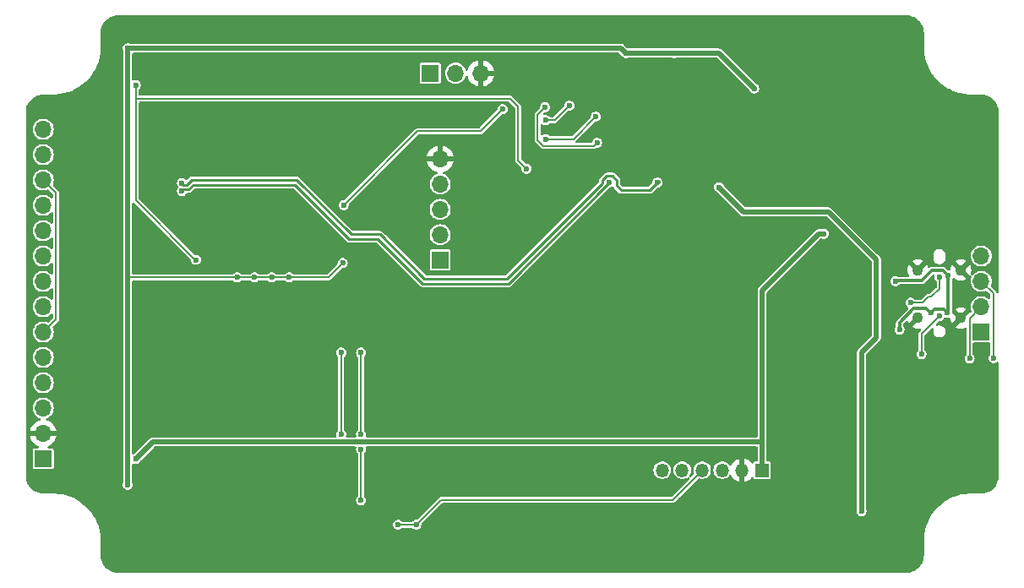
<source format=gbl>
G04 #@! TF.GenerationSoftware,KiCad,Pcbnew,8.0.4*
G04 #@! TF.CreationDate,2024-11-11T15:06:12+01:00*
G04 #@! TF.ProjectId,100008_hw-vern-aqm,31303030-3038-45f6-9877-2d7665726e2d,1.1*
G04 #@! TF.SameCoordinates,Original*
G04 #@! TF.FileFunction,Copper,L4,Bot*
G04 #@! TF.FilePolarity,Positive*
%FSLAX46Y46*%
G04 Gerber Fmt 4.6, Leading zero omitted, Abs format (unit mm)*
G04 Created by KiCad (PCBNEW 8.0.4) date 2024-11-11 15:06:12*
%MOMM*%
%LPD*%
G01*
G04 APERTURE LIST*
G04 #@! TA.AperFunction,ComponentPad*
%ADD10R,1.700000X1.700000*%
G04 #@! TD*
G04 #@! TA.AperFunction,ComponentPad*
%ADD11O,1.700000X1.700000*%
G04 #@! TD*
G04 #@! TA.AperFunction,ComponentPad*
%ADD12C,1.100000*%
G04 #@! TD*
G04 #@! TA.AperFunction,ComponentPad*
%ADD13R,1.350000X1.350000*%
G04 #@! TD*
G04 #@! TA.AperFunction,ComponentPad*
%ADD14O,1.350000X1.350000*%
G04 #@! TD*
G04 #@! TA.AperFunction,ViaPad*
%ADD15C,0.600000*%
G04 #@! TD*
G04 #@! TA.AperFunction,Conductor*
%ADD16C,0.500000*%
G04 #@! TD*
G04 #@! TA.AperFunction,Conductor*
%ADD17C,0.200000*%
G04 #@! TD*
G04 #@! TA.AperFunction,Conductor*
%ADD18C,0.300000*%
G04 #@! TD*
G04 #@! TA.AperFunction,Conductor*
%ADD19C,0.150000*%
G04 #@! TD*
G04 #@! TA.AperFunction,Conductor*
%ADD20C,0.284000*%
G04 #@! TD*
G04 #@! TA.AperFunction,Conductor*
%ADD21C,0.400000*%
G04 #@! TD*
G04 APERTURE END LIST*
D10*
X140770000Y-306040000D03*
D11*
X143310000Y-306040000D03*
X145850000Y-306040000D03*
D12*
X189650000Y-330570000D03*
X193950000Y-330570000D03*
X189650000Y-325770000D03*
X193950000Y-325770000D03*
D10*
X141775000Y-324765000D03*
D11*
X141775000Y-322225000D03*
X141775000Y-319685000D03*
X141775000Y-317145000D03*
X141775000Y-314605000D03*
D13*
X174030000Y-345830000D03*
D14*
X172030000Y-345830000D03*
X170030000Y-345830000D03*
X168030000Y-345830000D03*
X166030000Y-345830000D03*
X164030000Y-345830000D03*
D10*
X102000000Y-344680000D03*
D11*
X102000000Y-342140000D03*
X102000000Y-339600000D03*
X102000000Y-337060000D03*
X102000000Y-334520000D03*
X102000000Y-331980000D03*
X102000000Y-329440000D03*
X102000000Y-326900000D03*
X102000000Y-324360000D03*
X102000000Y-321820000D03*
X102000000Y-319280000D03*
X102000000Y-316740000D03*
X102000000Y-314200000D03*
X102000000Y-311660000D03*
D10*
X196000000Y-331980000D03*
D11*
X196000000Y-329440000D03*
X196000000Y-326900000D03*
X196000000Y-324360000D03*
D15*
X161150000Y-312840000D03*
X160500000Y-312240000D03*
X161850000Y-312190000D03*
X161150000Y-311540000D03*
X111275000Y-344690000D03*
X180240000Y-322130000D03*
X123800000Y-342240000D03*
X169400000Y-318240000D03*
X123349888Y-350610211D03*
X189345768Y-320747182D03*
X123250000Y-307890000D03*
X138400000Y-341240000D03*
X127800000Y-307940000D03*
X109700000Y-336840000D03*
X174789894Y-347084097D03*
X113644097Y-325887550D03*
X111250000Y-347140000D03*
X173100000Y-323440000D03*
X112175000Y-307790000D03*
X108613028Y-355461937D03*
X138400000Y-346840000D03*
X109700000Y-325840000D03*
X163400000Y-334540000D03*
X126700000Y-334240000D03*
X109700000Y-329840000D03*
X190000000Y-304240000D03*
X170037713Y-303356184D03*
X158461636Y-349398602D03*
X117800000Y-343740000D03*
X138100000Y-319740000D03*
X163600000Y-314590000D03*
X195603897Y-308486325D03*
X111250000Y-345540000D03*
X117186080Y-320609153D03*
X130800000Y-302740000D03*
X157200000Y-352440000D03*
X181164216Y-311441855D03*
X135600000Y-316940000D03*
X111450000Y-300590000D03*
X190707126Y-324422015D03*
X124900000Y-327340000D03*
X180400000Y-320790000D03*
X125400000Y-335440000D03*
X126800000Y-346440000D03*
X127800000Y-337740000D03*
X123200000Y-333140000D03*
X195807646Y-334180311D03*
X197440979Y-336063496D03*
X197140590Y-347309710D03*
X127700000Y-300590000D03*
X163400000Y-339540000D03*
X119900000Y-334440000D03*
X190942538Y-306448685D03*
X186300000Y-332740000D03*
X179107234Y-319150277D03*
X111200000Y-335340000D03*
X103400000Y-343840000D03*
X100600000Y-335790000D03*
X134500000Y-337840000D03*
X147900000Y-317790000D03*
X111200000Y-324440000D03*
X134500000Y-328940000D03*
X197400000Y-324840000D03*
X187788251Y-333563608D03*
X169059966Y-315945345D03*
X119500000Y-320640000D03*
X160302561Y-347712160D03*
X126900000Y-317890000D03*
X132800000Y-342240000D03*
X180000000Y-310040000D03*
X134500000Y-336040000D03*
X149000000Y-312540000D03*
X143400000Y-346840000D03*
X127100000Y-339540000D03*
X155400000Y-300590000D03*
X150200000Y-310140000D03*
X169650000Y-329690000D03*
X197416035Y-316101915D03*
X115350000Y-355740000D03*
X138400000Y-334540000D03*
X106900000Y-313040000D03*
X158400000Y-342240000D03*
X143600000Y-310965000D03*
X113100000Y-319740000D03*
X119900000Y-346540000D03*
X193300000Y-344440000D03*
X100552895Y-310845011D03*
X145500000Y-349540000D03*
X188728507Y-355743786D03*
X168400000Y-334540000D03*
X163200000Y-323390000D03*
X163400000Y-342240000D03*
X127800000Y-309240000D03*
X143400000Y-339540000D03*
X130800000Y-307840000D03*
X167700000Y-348740000D03*
X185400000Y-315240000D03*
X128835857Y-350588552D03*
X103900000Y-325940000D03*
X100550111Y-312968953D03*
X138400000Y-339540000D03*
X184009020Y-331780478D03*
X168300000Y-325940000D03*
X151950000Y-324840000D03*
X100553452Y-345940779D03*
X102050000Y-347840000D03*
X181200000Y-325740000D03*
X123997958Y-349994602D03*
X136900000Y-320940000D03*
X148400000Y-334540000D03*
X143100000Y-320940000D03*
X138400000Y-337740000D03*
X128100000Y-333540000D03*
X113150000Y-355740000D03*
X143400000Y-343740000D03*
X138400000Y-343740000D03*
X181000000Y-343240000D03*
X130500000Y-333540000D03*
X195258017Y-328181759D03*
X114719376Y-350610100D03*
X143400000Y-300590000D03*
X150200000Y-312540000D03*
X183200000Y-337840000D03*
X174921965Y-343076692D03*
X184800000Y-339540000D03*
X162015924Y-305027750D03*
X109700000Y-338540000D03*
X123000000Y-304340000D03*
X115800000Y-332440000D03*
X183000000Y-349840000D03*
X115900000Y-304340000D03*
X173600000Y-308309933D03*
X174827783Y-344631286D03*
X148400000Y-336040000D03*
X123850000Y-317890000D03*
X100600000Y-340790000D03*
X105000000Y-315540000D03*
X159700000Y-326840000D03*
X138200000Y-323690000D03*
X173907795Y-302723630D03*
X192945434Y-324422015D03*
X119900000Y-354840000D03*
X169043040Y-342235824D03*
X123150000Y-327340000D03*
X123349888Y-349410211D03*
X186200000Y-323140000D03*
X132605345Y-354848017D03*
X132800000Y-334040000D03*
X119200000Y-307940000D03*
X170400000Y-300590000D03*
X190900000Y-332340000D03*
X131050000Y-322090000D03*
X105080178Y-348307149D03*
X130900000Y-342240000D03*
X103300000Y-340240000D03*
X166992650Y-343747516D03*
X175998552Y-302734766D03*
X100570155Y-343480979D03*
X131200000Y-339540000D03*
X148400000Y-343740000D03*
X109450000Y-300590000D03*
X158715367Y-309794342D03*
X148400000Y-341240000D03*
X188400000Y-302740000D03*
X103900000Y-328140000D03*
X100600000Y-320540000D03*
X178462360Y-302762605D03*
X144450000Y-327790000D03*
X179300000Y-334540000D03*
X184800000Y-341140000D03*
X119900000Y-328340000D03*
X172675000Y-305928750D03*
X152100000Y-355740000D03*
X121850000Y-309290000D03*
X179300000Y-336040000D03*
X161943541Y-306578418D03*
X188700000Y-336040000D03*
X143050000Y-323340000D03*
X193300000Y-340240000D03*
X158200000Y-313540000D03*
X168400000Y-341240000D03*
X166967594Y-342240000D03*
X112500000Y-327140000D03*
X134400000Y-300590000D03*
X117566258Y-352480311D03*
X131050167Y-330546792D03*
X149162138Y-353840779D03*
X163400000Y-337740000D03*
X168625538Y-309282242D03*
X121425000Y-327340000D03*
X185400890Y-300597312D03*
X142100000Y-311240000D03*
X128500000Y-336040000D03*
X158441433Y-305763286D03*
X159546937Y-319428460D03*
X183200000Y-345540000D03*
X162392761Y-348189443D03*
X131200000Y-336040000D03*
X168770081Y-307290000D03*
X183000000Y-321090000D03*
X115900000Y-302740000D03*
X128500000Y-327940000D03*
X108600000Y-305040000D03*
X100600000Y-333340000D03*
X173200000Y-337840000D03*
X100600000Y-328890000D03*
X158400000Y-343740000D03*
X113350000Y-310940000D03*
X148900000Y-348140000D03*
X191200000Y-349540000D03*
X173438381Y-311431685D03*
X170895000Y-349090000D03*
X143400000Y-341240000D03*
X123000000Y-302740000D03*
X165009075Y-342231648D03*
X188700000Y-337840000D03*
X117339309Y-334857650D03*
X174800000Y-334540000D03*
X132800000Y-339540000D03*
X153400000Y-341240000D03*
X130900000Y-334440000D03*
X113350000Y-305315000D03*
X177000824Y-320740824D03*
X109700000Y-318340000D03*
X109700000Y-342640000D03*
X137250000Y-325340000D03*
X197450000Y-341940000D03*
X161000000Y-331240000D03*
X130800000Y-309240000D03*
X126600000Y-327340000D03*
X174800000Y-337840000D03*
X102624164Y-323048574D03*
X160350000Y-308190000D03*
X192834242Y-307989610D03*
X133226107Y-349375214D03*
X183100000Y-347540000D03*
X184800000Y-334540000D03*
X139000000Y-350540000D03*
X112848552Y-348725579D03*
X188500000Y-306640000D03*
X148400000Y-342240000D03*
X109700000Y-308965000D03*
X188700000Y-348340000D03*
X111200000Y-337040000D03*
X123250000Y-310690000D03*
X107313864Y-343924354D03*
X123349888Y-351810211D03*
X174800000Y-339640000D03*
X128831069Y-348115612D03*
X117400000Y-300590000D03*
X134700000Y-334040000D03*
X153450000Y-320690000D03*
X152900000Y-317790000D03*
X171500000Y-311890000D03*
X153900000Y-315040000D03*
X177500000Y-325440000D03*
X180108268Y-344590000D03*
X165000723Y-343751692D03*
X113758908Y-351549688D03*
X133100000Y-319140000D03*
X180000000Y-329690000D03*
X153400000Y-342240000D03*
X170652264Y-306062271D03*
X111200000Y-331740000D03*
X117600000Y-338340000D03*
X116200445Y-333565055D03*
X131200000Y-341140000D03*
X169998663Y-313090000D03*
X173200000Y-334540000D03*
X109700000Y-316640000D03*
X123000000Y-300590000D03*
X100556236Y-331005924D03*
X140831848Y-350681524D03*
X132800000Y-341140000D03*
X104519487Y-308237410D03*
X119202171Y-353576247D03*
X140400000Y-300590000D03*
X152950000Y-353390000D03*
X143400000Y-334540000D03*
X165750000Y-317240000D03*
X163400000Y-341240000D03*
X111900000Y-312440000D03*
X137900000Y-314340000D03*
X130400000Y-313240000D03*
X101945016Y-308481703D03*
X185393875Y-348109320D03*
X192350000Y-339340000D03*
X115900000Y-307940000D03*
X175133351Y-355748352D03*
X140700000Y-331240000D03*
X162765445Y-319379229D03*
X124600000Y-309240000D03*
X188403860Y-300584320D03*
X156500000Y-317640000D03*
X130900000Y-343740000D03*
X170000000Y-311890000D03*
X160300000Y-349440000D03*
X164441361Y-322098638D03*
X120450000Y-307890000D03*
X167400000Y-300590000D03*
X136700000Y-315540000D03*
X148400000Y-339540000D03*
X134800000Y-343740000D03*
X168400000Y-336040000D03*
X121500000Y-333740000D03*
X100600000Y-317990000D03*
X121850000Y-307890000D03*
X144450000Y-325940000D03*
X137700000Y-307940000D03*
X114700000Y-323090000D03*
X138000000Y-312440000D03*
X161100000Y-355740000D03*
X170893736Y-352126553D03*
X190200000Y-351340000D03*
X132000000Y-322990000D03*
X126500000Y-341040000D03*
X163400000Y-336040000D03*
X131200000Y-346840000D03*
X160500000Y-343795261D03*
X103900000Y-322640000D03*
X153400000Y-336040000D03*
X184800000Y-336040000D03*
X138400000Y-336040000D03*
X183200000Y-334540000D03*
X170790089Y-317465055D03*
X182400000Y-302640000D03*
X134600000Y-323340000D03*
X172100000Y-307563682D03*
X174800000Y-336040000D03*
X127800000Y-343740000D03*
X147900000Y-321240000D03*
X168400000Y-337740000D03*
X184800000Y-337840000D03*
X138000000Y-354840000D03*
X158400000Y-300590000D03*
X183017761Y-352711436D03*
X168623682Y-310891224D03*
X169027728Y-348240000D03*
X133200000Y-328840000D03*
X184800000Y-344440000D03*
X103300000Y-338340000D03*
X164400000Y-300590000D03*
X119200000Y-309240000D03*
X172521380Y-303892895D03*
X153400000Y-346840000D03*
X140500000Y-325940000D03*
X155100000Y-355740000D03*
X189900000Y-302105478D03*
X158400000Y-337740000D03*
X123349888Y-348210211D03*
X117800000Y-342240000D03*
X108061804Y-352911826D03*
X120450000Y-309290000D03*
X133150000Y-321540000D03*
X116199331Y-353900133D03*
X101363028Y-325631648D03*
X133503637Y-301574818D03*
X192750000Y-335840000D03*
X137400000Y-300590000D03*
X107240534Y-350166837D03*
X134460746Y-318203474D03*
X103414810Y-334236770D03*
X148400000Y-346840000D03*
X184700000Y-325040000D03*
X168646547Y-314082873D03*
X140225000Y-353240000D03*
X124900000Y-332540000D03*
X171074721Y-343761325D03*
X158400000Y-339540000D03*
X130800000Y-304340000D03*
X100600000Y-338440000D03*
X173200000Y-329690000D03*
X131200000Y-337840000D03*
X197400000Y-318740000D03*
X155002672Y-349393841D03*
X109700000Y-314540000D03*
X118513919Y-333562271D03*
X137727728Y-348115612D03*
X115900000Y-309240000D03*
X184700000Y-327840000D03*
X174800000Y-341540000D03*
X185400000Y-302640000D03*
X158400000Y-334540000D03*
X149850000Y-352581524D03*
X136100000Y-351840000D03*
X197419747Y-310023147D03*
X143400000Y-336040000D03*
X100600000Y-315440000D03*
X162929955Y-345008708D03*
X184800000Y-346540000D03*
X116300000Y-325840000D03*
X179400000Y-300590000D03*
X169354714Y-304766726D03*
X180113919Y-304436547D03*
X164000000Y-311840000D03*
X197400000Y-344981536D03*
X182800000Y-323140000D03*
X180000000Y-327840000D03*
X112975000Y-301615000D03*
X132500000Y-346840000D03*
X170863752Y-342135601D03*
X173100000Y-344640000D03*
X188700000Y-344440000D03*
X158623847Y-315502249D03*
X110900000Y-355740000D03*
X103900000Y-330940000D03*
X139450000Y-309740000D03*
X141841536Y-348119398D03*
X175150000Y-329690000D03*
X132800000Y-343740000D03*
X188700000Y-339540000D03*
X150100000Y-308640000D03*
X110800000Y-351540000D03*
X107800000Y-318440000D03*
X148400000Y-331240000D03*
X173292817Y-347059042D03*
X133200000Y-324940000D03*
X106900000Y-310040000D03*
X108050000Y-304040000D03*
X129300779Y-352807371D03*
X138974944Y-348110044D03*
X148200000Y-325940000D03*
X179300000Y-339640000D03*
X133425000Y-304540000D03*
X171500000Y-313093173D03*
X184479120Y-355556258D03*
X176000000Y-324740000D03*
X152400000Y-300590000D03*
X185400000Y-310940000D03*
X109700000Y-327840000D03*
X173200000Y-327840000D03*
X157700000Y-319040000D03*
X192883630Y-348319398D03*
X138400000Y-342240000D03*
X115551336Y-323986325D03*
X165900000Y-348840000D03*
X152950000Y-351765000D03*
X111250000Y-343640000D03*
X175150000Y-327840000D03*
X164039643Y-355783986D03*
X143100000Y-318390000D03*
X121497958Y-349994602D03*
X173400000Y-300590000D03*
X197429844Y-338963162D03*
X189945434Y-353640445D03*
X133200000Y-348115612D03*
X173200000Y-339640000D03*
X109700000Y-333340000D03*
X111600000Y-325840000D03*
X148900000Y-327790000D03*
X106938752Y-306595567D03*
X179300000Y-341340000D03*
X109700000Y-320940000D03*
X127800000Y-342240000D03*
X118400000Y-325440000D03*
X169009632Y-343751692D03*
X182400000Y-310940000D03*
X143400000Y-337740000D03*
X173200000Y-341440000D03*
X154750000Y-321990000D03*
X158100000Y-355740000D03*
X156000000Y-331240000D03*
X121850000Y-310690000D03*
X115850000Y-301590000D03*
X145400000Y-312540000D03*
X111200000Y-328340000D03*
X163524832Y-304871848D03*
X109700000Y-322740000D03*
X179850000Y-323090000D03*
X122597958Y-349994602D03*
X192800000Y-315240000D03*
X132400000Y-331840000D03*
X131277394Y-354848017D03*
X120100000Y-324340000D03*
X134500000Y-348140000D03*
X150650000Y-323490000D03*
X117826280Y-350614276D03*
X166100000Y-331240000D03*
X115600000Y-322190000D03*
X153400000Y-343740000D03*
X126200000Y-313840000D03*
X129650000Y-320640000D03*
X120450000Y-310690000D03*
X192550000Y-337540000D03*
X139300000Y-318340000D03*
X176400000Y-300590000D03*
X117350000Y-317890000D03*
X169203507Y-355756704D03*
X173534892Y-309341855D03*
X164052171Y-351843340D03*
X143400000Y-342240000D03*
X118100000Y-322940000D03*
X183200000Y-339540000D03*
X134500000Y-341140000D03*
X118900000Y-327140000D03*
X139800000Y-327790000D03*
X127507906Y-353570178D03*
X168400000Y-321440000D03*
X132800000Y-336040000D03*
X112800000Y-342240000D03*
X103900000Y-320440000D03*
X148800000Y-307940000D03*
X153400000Y-337740000D03*
X137700000Y-350440000D03*
X113350000Y-312990000D03*
X186300000Y-325440000D03*
X120200000Y-317890000D03*
X139000000Y-313240000D03*
X149112026Y-355779198D03*
X123250000Y-309290000D03*
X148400000Y-337740000D03*
X165000000Y-315040000D03*
X167000000Y-327190000D03*
X140400000Y-316940000D03*
X124200000Y-336640000D03*
X168400000Y-339540000D03*
X130850000Y-301590000D03*
X149400000Y-300590000D03*
X153400000Y-334540000D03*
X134500000Y-321540000D03*
X163050000Y-308340000D03*
X110342984Y-348107538D03*
X134800000Y-342240000D03*
X108625000Y-306515000D03*
X111900000Y-320340000D03*
X190961859Y-320981035D03*
X188837861Y-332573184D03*
X182400000Y-300590000D03*
X107250000Y-345440000D03*
X195111080Y-347840000D03*
X187200000Y-351940000D03*
X102599109Y-328163830D03*
X163420851Y-349470233D03*
X107600000Y-323040000D03*
X119031514Y-329214721D03*
X132800000Y-337840000D03*
X130995879Y-332212995D03*
X158400000Y-341240000D03*
X100600000Y-322340000D03*
X153400000Y-339540000D03*
X127150000Y-320590000D03*
X188700000Y-341140000D03*
X111900000Y-314440000D03*
X183200000Y-341140000D03*
X108107126Y-301663496D03*
X103400000Y-345440000D03*
X173200000Y-336040000D03*
X134700000Y-346840000D03*
X158400000Y-336040000D03*
X181146547Y-317864109D03*
X124600000Y-307940000D03*
X125197958Y-349994602D03*
X123800000Y-343740000D03*
X134500000Y-339540000D03*
X143276837Y-354776191D03*
X178148385Y-355740000D03*
X197432739Y-313067171D03*
X152950000Y-350190000D03*
X183200000Y-336040000D03*
X139000000Y-311340000D03*
X160500000Y-320690000D03*
X157171269Y-348114498D03*
X120800000Y-320740000D03*
X146400000Y-300590000D03*
X179300000Y-337840000D03*
X115700000Y-330740000D03*
X113100000Y-321440000D03*
X183200000Y-343040000D03*
X188400000Y-310840000D03*
X113300000Y-343790000D03*
X197400000Y-322031870D03*
X158400000Y-347440000D03*
X161400000Y-300590000D03*
X184700000Y-329690000D03*
X116550000Y-323040000D03*
X128600000Y-322740000D03*
X180400000Y-308040000D03*
X178717512Y-322040000D03*
X178200000Y-348340000D03*
X185000000Y-323130000D03*
X115900000Y-312940000D03*
X192900000Y-331940000D03*
X173250000Y-307590000D03*
X184000000Y-349940000D03*
X123150000Y-326490000D03*
X126625000Y-326490000D03*
X110450000Y-303540000D03*
X121425000Y-326490000D03*
X169725000Y-317465000D03*
X165250000Y-304015000D03*
X110450000Y-347290000D03*
X132000000Y-325065000D03*
X160400000Y-304040000D03*
X124900000Y-326490000D03*
X132100000Y-319265000D03*
X148025000Y-309640000D03*
X150425000Y-315615000D03*
X111275000Y-307240000D03*
X117296880Y-324742334D03*
X187800000Y-331740000D03*
X192700000Y-326340000D03*
X190950000Y-330040000D03*
X187390000Y-326880000D03*
X192600000Y-330040000D03*
X190000000Y-334190000D03*
X191800000Y-330390000D03*
X131850000Y-334040000D03*
X131850000Y-342240000D03*
X133850000Y-348840000D03*
X139375000Y-351290000D03*
X133850000Y-334040000D03*
X137550000Y-351290000D03*
X133850000Y-342240000D03*
X133850000Y-343765000D03*
X194825000Y-334640000D03*
X197250000Y-334590000D03*
X152375000Y-312640000D03*
X157375000Y-310390000D03*
X157500000Y-313015000D03*
X152300000Y-309440000D03*
X154725000Y-309290000D03*
X152350000Y-310740000D03*
X188900000Y-329040000D03*
X191800000Y-326440000D03*
X115891455Y-317855000D03*
X158750000Y-316990000D03*
X115891455Y-317055000D03*
X163550000Y-316990000D03*
D16*
X112975000Y-342990000D02*
X174030000Y-342990000D01*
X111275000Y-344690000D02*
X112975000Y-342990000D01*
X179710000Y-322130000D02*
X174030000Y-327810000D01*
X180240000Y-322130000D02*
X179710000Y-322130000D01*
X174030000Y-327810000D02*
X174030000Y-345830000D01*
D17*
X126625000Y-326490000D02*
X124900000Y-326490000D01*
D16*
X185500000Y-332540000D02*
X184000000Y-334040000D01*
D17*
X132000000Y-325065000D02*
X130575000Y-326490000D01*
D16*
X160400000Y-304040000D02*
X159900000Y-303540000D01*
X110450000Y-303540000D02*
X110450000Y-326490000D01*
X184000000Y-334040000D02*
X184000000Y-349940000D01*
X172200000Y-319940000D02*
X180700000Y-319940000D01*
X159900000Y-303540000D02*
X110450000Y-303540000D01*
X160400000Y-304040000D02*
X160425000Y-304015000D01*
X169725000Y-317465000D02*
X172200000Y-319940000D01*
X185500000Y-324740000D02*
X185500000Y-332540000D01*
X160425000Y-304015000D02*
X165250000Y-304015000D01*
D17*
X130575000Y-326490000D02*
X126625000Y-326490000D01*
D16*
X169675000Y-304015000D02*
X173250000Y-307590000D01*
X165250000Y-304015000D02*
X169675000Y-304015000D01*
D17*
X132000000Y-325065000D02*
X132000000Y-325065000D01*
X121425000Y-326490000D02*
X110450000Y-326490000D01*
D16*
X180700000Y-319940000D02*
X185500000Y-324740000D01*
D17*
X124900000Y-326490000D02*
X121425000Y-326490000D01*
D16*
X110450000Y-326490000D02*
X110450000Y-347290000D01*
D17*
X148025000Y-309640000D02*
X145800000Y-311865000D01*
X139500000Y-311865000D02*
X132100000Y-319265000D01*
X145800000Y-311865000D02*
X139500000Y-311865000D01*
X111275000Y-318765000D02*
X111275000Y-307240000D01*
X117252334Y-324742334D02*
X111275000Y-318765000D01*
X117296880Y-324742334D02*
X117252334Y-324742334D01*
X149600000Y-309415000D02*
X148775000Y-308590000D01*
X148775000Y-308590000D02*
X111275000Y-308590000D01*
X150425000Y-315615000D02*
X149600000Y-314790000D01*
X149600000Y-314790000D02*
X149600000Y-309415000D01*
D18*
X191300000Y-329690000D02*
X192250000Y-329690000D01*
X189219239Y-329640000D02*
X190500000Y-329640000D01*
X187800000Y-331740000D02*
X187800000Y-331059239D01*
X190500000Y-329640000D02*
X190900000Y-330040000D01*
X187430000Y-326840000D02*
X190000000Y-326840000D01*
X192150000Y-325790000D02*
X192700000Y-326340000D01*
X191050000Y-325790000D02*
X192150000Y-325790000D01*
X192250000Y-329690000D02*
X192600000Y-330040000D01*
X190950000Y-330040000D02*
X191300000Y-329690000D01*
X190900000Y-330040000D02*
X190950000Y-330040000D01*
X192700000Y-329940000D02*
X192700000Y-326340000D01*
X187800000Y-331059239D02*
X189219239Y-329640000D01*
X190000000Y-326840000D02*
X191050000Y-325790000D01*
X192600000Y-330040000D02*
X192700000Y-329940000D01*
X187390000Y-326880000D02*
X187430000Y-326840000D01*
D17*
X102000000Y-331980000D02*
X103275000Y-330705000D01*
X103275000Y-330705000D02*
X103275000Y-318015000D01*
X103275000Y-318015000D02*
X102000000Y-316740000D01*
X190000000Y-334190000D02*
X190000000Y-332190000D01*
X190000000Y-332190000D02*
X191800000Y-330390000D01*
X131850000Y-334040000D02*
X131850000Y-342240000D01*
X133850000Y-334040000D02*
X133850000Y-342240000D01*
X139375000Y-351265000D02*
X141850000Y-348790000D01*
X139375000Y-351290000D02*
X139375000Y-351265000D01*
X141850000Y-348790000D02*
X165070000Y-348790000D01*
X165070000Y-348790000D02*
X168030000Y-345830000D01*
X137550000Y-351290000D02*
X139375000Y-351290000D01*
X133850000Y-343765000D02*
X133850000Y-348840000D01*
X194825000Y-334640000D02*
X194825000Y-330615000D01*
X194825000Y-330615000D02*
X196000000Y-329440000D01*
X197250000Y-334590000D02*
X197225000Y-334565000D01*
X197225000Y-328125000D02*
X196000000Y-326900000D01*
X197225000Y-334565000D02*
X197225000Y-328125000D01*
X155125000Y-312640000D02*
X152375000Y-312640000D01*
X157375000Y-310390000D02*
X155125000Y-312640000D01*
X157200000Y-313315000D02*
X157500000Y-313015000D01*
X152100000Y-313315000D02*
X157200000Y-313315000D01*
X152300000Y-309440000D02*
X151550000Y-310190000D01*
X151550000Y-310190000D02*
X151550000Y-312765000D01*
X151550000Y-312765000D02*
X152100000Y-313315000D01*
X154700000Y-309290000D02*
X154725000Y-309290000D01*
X152350000Y-310740000D02*
X153250000Y-310740000D01*
X154725000Y-309265000D02*
X154700000Y-309290000D01*
X154725000Y-309290000D02*
X154725000Y-309265000D01*
X153250000Y-310740000D02*
X154700000Y-309290000D01*
D19*
X190700000Y-328440000D02*
X191000000Y-328440000D01*
X190100000Y-329040000D02*
X190700000Y-328440000D01*
X191000000Y-328440000D02*
X191800000Y-327640000D01*
X188900000Y-329040000D02*
X190100000Y-329040000D01*
X191800000Y-327640000D02*
X191800000Y-326440000D01*
D20*
X127199760Y-317232000D02*
X132649760Y-322682000D01*
X116049455Y-317697000D02*
X116585240Y-317697000D01*
X116585240Y-317697000D02*
X117050240Y-317232000D01*
X132649760Y-322682000D02*
X135549760Y-322682000D01*
X117050240Y-317232000D02*
X127199760Y-317232000D01*
X115891455Y-317855000D02*
X116049455Y-317697000D01*
X148650240Y-327132000D02*
X158750000Y-317032240D01*
X135549760Y-322682000D02*
X139999760Y-327132000D01*
X158750000Y-317032240D02*
X158750000Y-316990000D01*
X139999760Y-327132000D02*
X148650240Y-327132000D01*
X116049455Y-317213000D02*
X116384760Y-317213000D01*
X158050000Y-316782074D02*
X158484074Y-316348000D01*
X135750240Y-322198000D02*
X140200240Y-326648000D01*
X159500000Y-316790000D02*
X159500000Y-317340000D01*
X116384760Y-317213000D02*
X116849760Y-316748000D01*
X116849760Y-316748000D02*
X127400240Y-316748000D01*
X159950000Y-317790000D02*
X162750000Y-317790000D01*
X159500000Y-317340000D02*
X159950000Y-317790000D01*
X115891455Y-317055000D02*
X116049455Y-317213000D01*
X140200240Y-326648000D02*
X148449760Y-326648000D01*
X159058000Y-316348000D02*
X159500000Y-316790000D01*
X132850240Y-322198000D02*
X135750240Y-322198000D01*
X148449760Y-326648000D02*
X158050000Y-317047760D01*
D21*
X163550000Y-316990000D02*
X163600000Y-316940000D01*
D20*
X158484074Y-316348000D02*
X159058000Y-316348000D01*
X162750000Y-317790000D02*
X163550000Y-316990000D01*
X158050000Y-317047760D02*
X158050000Y-316782074D01*
X127400240Y-316748000D02*
X132850240Y-322198000D01*
G04 #@! TA.AperFunction,Conductor*
G36*
X188504418Y-300250816D02*
G01*
X188740140Y-300267674D01*
X188757641Y-300270191D01*
X188984229Y-300319482D01*
X189001188Y-300324461D01*
X189138672Y-300375740D01*
X189218462Y-300405501D01*
X189234555Y-300412851D01*
X189438068Y-300523977D01*
X189452951Y-300533542D01*
X189638579Y-300672501D01*
X189651950Y-300684087D01*
X189815912Y-300848049D01*
X189827498Y-300861420D01*
X189966457Y-301047048D01*
X189976022Y-301061931D01*
X190087148Y-301265444D01*
X190094498Y-301281537D01*
X190175535Y-301498803D01*
X190180519Y-301515779D01*
X190229807Y-301742352D01*
X190232325Y-301759864D01*
X190249184Y-301995581D01*
X190249500Y-302004427D01*
X190249500Y-303627414D01*
X190285654Y-304040657D01*
X190285654Y-304040661D01*
X190357685Y-304449166D01*
X190357689Y-304449183D01*
X190465047Y-304849853D01*
X190465050Y-304849863D01*
X190465051Y-304849864D01*
X190521406Y-305004699D01*
X190606934Y-305239683D01*
X190782230Y-305615609D01*
X190782243Y-305615633D01*
X190908356Y-305834066D01*
X190989652Y-305974874D01*
X190989656Y-305974880D01*
X190989663Y-305974891D01*
X191227584Y-306314677D01*
X191386014Y-306503486D01*
X191494227Y-306632449D01*
X191787551Y-306925773D01*
X191838151Y-306968231D01*
X192105322Y-307192415D01*
X192445108Y-307430336D01*
X192445115Y-307430340D01*
X192445126Y-307430348D01*
X192690626Y-307572088D01*
X192804366Y-307637756D01*
X192804390Y-307637769D01*
X193180316Y-307813065D01*
X193180321Y-307813066D01*
X193180330Y-307813071D01*
X193570136Y-307954949D01*
X193570142Y-307954950D01*
X193570146Y-307954952D01*
X193679260Y-307984188D01*
X193970824Y-308062313D01*
X194379345Y-308134346D01*
X194792587Y-308170499D01*
X194792588Y-308170500D01*
X194792589Y-308170500D01*
X194950172Y-308170500D01*
X195955830Y-308170500D01*
X195995572Y-308170500D01*
X196004418Y-308170816D01*
X196240140Y-308187674D01*
X196257641Y-308190191D01*
X196484229Y-308239482D01*
X196501188Y-308244461D01*
X196621941Y-308289500D01*
X196718462Y-308325501D01*
X196734555Y-308332851D01*
X196938068Y-308443977D01*
X196952951Y-308453542D01*
X197138579Y-308592501D01*
X197151950Y-308604087D01*
X197315912Y-308768049D01*
X197327498Y-308781420D01*
X197466457Y-308967048D01*
X197476022Y-308981931D01*
X197587148Y-309185444D01*
X197594498Y-309201537D01*
X197675535Y-309418803D01*
X197680519Y-309435779D01*
X197729807Y-309662352D01*
X197732325Y-309679864D01*
X197749184Y-309915581D01*
X197749500Y-309924427D01*
X197749500Y-327979544D01*
X197729815Y-328046583D01*
X197677011Y-328092338D01*
X197607853Y-328102282D01*
X197544297Y-328073257D01*
X197506523Y-328014479D01*
X197505725Y-328011637D01*
X197505021Y-328009010D01*
X197488806Y-327980926D01*
X197465460Y-327940489D01*
X196989298Y-327464327D01*
X196955813Y-327403004D01*
X196960797Y-327333312D01*
X196967618Y-327318197D01*
X196975232Y-327303954D01*
X197035300Y-327105934D01*
X197055583Y-326900000D01*
X197035300Y-326694066D01*
X196975232Y-326496046D01*
X196877685Y-326313550D01*
X196788057Y-326204337D01*
X196746410Y-326153589D01*
X196602968Y-326035871D01*
X196586450Y-326022315D01*
X196403954Y-325924768D01*
X196205934Y-325864700D01*
X196205932Y-325864699D01*
X196205934Y-325864699D01*
X196000000Y-325844417D01*
X195794067Y-325864699D01*
X195596043Y-325924769D01*
X195534141Y-325957857D01*
X195413550Y-326022315D01*
X195413548Y-326022316D01*
X195413547Y-326022317D01*
X195253589Y-326153590D01*
X195136862Y-326295823D01*
X195079117Y-326335157D01*
X195009272Y-326337028D01*
X194949504Y-326300841D01*
X194918788Y-326238085D01*
X194925267Y-326180280D01*
X194922999Y-326179592D01*
X194984808Y-325975834D01*
X195005080Y-325770000D01*
X194984808Y-325564165D01*
X194924766Y-325366233D01*
X194849023Y-325224528D01*
X194303553Y-325769999D01*
X194303553Y-325770000D01*
X194849022Y-326315469D01*
X194901054Y-326307752D01*
X194970256Y-326317387D01*
X195023263Y-326362906D01*
X195043247Y-326429857D01*
X195028609Y-326488858D01*
X195024769Y-326496041D01*
X194964699Y-326694067D01*
X194944417Y-326900000D01*
X194964699Y-327105932D01*
X194991876Y-327195523D01*
X195024768Y-327303954D01*
X195122315Y-327486450D01*
X195122317Y-327486452D01*
X195253589Y-327646410D01*
X195337214Y-327715038D01*
X195413550Y-327777685D01*
X195596046Y-327875232D01*
X195794066Y-327935300D01*
X195794065Y-327935300D01*
X195812529Y-327937118D01*
X196000000Y-327955583D01*
X196205934Y-327935300D01*
X196403954Y-327875232D01*
X196418191Y-327867621D01*
X196486592Y-327853379D01*
X196551837Y-327878377D01*
X196564327Y-327889298D01*
X196888181Y-328213152D01*
X196921666Y-328274475D01*
X196924500Y-328300833D01*
X196924500Y-328577568D01*
X196904815Y-328644607D01*
X196852011Y-328690362D01*
X196782853Y-328700306D01*
X196721836Y-328673422D01*
X196627566Y-328596058D01*
X196586450Y-328562315D01*
X196403954Y-328464768D01*
X196205934Y-328404700D01*
X196205932Y-328404699D01*
X196205934Y-328404699D01*
X196000000Y-328384417D01*
X195794067Y-328404699D01*
X195596043Y-328464769D01*
X195485898Y-328523643D01*
X195413550Y-328562315D01*
X195413548Y-328562316D01*
X195413547Y-328562317D01*
X195253589Y-328693589D01*
X195122317Y-328853547D01*
X195024769Y-329036043D01*
X194964699Y-329234067D01*
X194944417Y-329440000D01*
X194964699Y-329645932D01*
X194972296Y-329670975D01*
X195024768Y-329843954D01*
X195024769Y-329843956D01*
X195024770Y-329843958D01*
X195028607Y-329851137D01*
X195042848Y-329919540D01*
X195017847Y-329984783D01*
X194961541Y-330026153D01*
X194901055Y-330032246D01*
X194849023Y-330024528D01*
X194300000Y-330573552D01*
X194300000Y-330523922D01*
X194276148Y-330434905D01*
X194230070Y-330355095D01*
X194164905Y-330289930D01*
X194085095Y-330243852D01*
X193996078Y-330220000D01*
X193903922Y-330220000D01*
X193814905Y-330243852D01*
X193735095Y-330289930D01*
X193669930Y-330355095D01*
X193623852Y-330434905D01*
X193600000Y-330523922D01*
X193600000Y-330616078D01*
X193623852Y-330705095D01*
X193669930Y-330784905D01*
X193735095Y-330850070D01*
X193814905Y-330896148D01*
X193903922Y-330920000D01*
X193953553Y-330920000D01*
X193950000Y-330923553D01*
X193404528Y-331469023D01*
X193546233Y-331544766D01*
X193744165Y-331604808D01*
X193950000Y-331625080D01*
X194155834Y-331604808D01*
X194359592Y-331542999D01*
X194359991Y-331544317D01*
X194422517Y-331537595D01*
X194484996Y-331568871D01*
X194520648Y-331628960D01*
X194524500Y-331659625D01*
X194524500Y-334176260D01*
X194504815Y-334243299D01*
X194494213Y-334257462D01*
X194399625Y-334366622D01*
X194399622Y-334366628D01*
X194339834Y-334497543D01*
X194319353Y-334640000D01*
X194339834Y-334782456D01*
X194399622Y-334913371D01*
X194399623Y-334913373D01*
X194493872Y-335022143D01*
X194614947Y-335099953D01*
X194614950Y-335099954D01*
X194614949Y-335099954D01*
X194753036Y-335140499D01*
X194753038Y-335140500D01*
X194753039Y-335140500D01*
X194896962Y-335140500D01*
X194896962Y-335140499D01*
X195035053Y-335099953D01*
X195156128Y-335022143D01*
X195250377Y-334913373D01*
X195310165Y-334782457D01*
X195330647Y-334640000D01*
X195310165Y-334497543D01*
X195250377Y-334366627D01*
X195250375Y-334366625D01*
X195250374Y-334366622D01*
X195155787Y-334257462D01*
X195126762Y-334193906D01*
X195125500Y-334176260D01*
X195125500Y-333154500D01*
X195145185Y-333087461D01*
X195197989Y-333041706D01*
X195249500Y-333030500D01*
X196800500Y-333030500D01*
X196867539Y-333050185D01*
X196913294Y-333102989D01*
X196924500Y-333154500D01*
X196924500Y-334155112D01*
X196904815Y-334222151D01*
X196894213Y-334236314D01*
X196824625Y-334316622D01*
X196824622Y-334316628D01*
X196764834Y-334447543D01*
X196744353Y-334590000D01*
X196764834Y-334732456D01*
X196787669Y-334782456D01*
X196824623Y-334863373D01*
X196918872Y-334972143D01*
X197039947Y-335049953D01*
X197039950Y-335049954D01*
X197039949Y-335049954D01*
X197178036Y-335090499D01*
X197178038Y-335090500D01*
X197178039Y-335090500D01*
X197321962Y-335090500D01*
X197321962Y-335090499D01*
X197460053Y-335049953D01*
X197558461Y-334986709D01*
X197625500Y-334967026D01*
X197692540Y-334986711D01*
X197738294Y-335039515D01*
X197749500Y-335091026D01*
X197749500Y-346415572D01*
X197749184Y-346424418D01*
X197732325Y-346660135D01*
X197729807Y-346677647D01*
X197680519Y-346904220D01*
X197675535Y-346921196D01*
X197594498Y-347138462D01*
X197587148Y-347154555D01*
X197476022Y-347358068D01*
X197466457Y-347372951D01*
X197327498Y-347558579D01*
X197315912Y-347571950D01*
X197151950Y-347735912D01*
X197138579Y-347747498D01*
X196952951Y-347886457D01*
X196938068Y-347896022D01*
X196734555Y-348007148D01*
X196718462Y-348014498D01*
X196501196Y-348095535D01*
X196484220Y-348100519D01*
X196257647Y-348149807D01*
X196240135Y-348152325D01*
X196004418Y-348169184D01*
X195995572Y-348169500D01*
X194792585Y-348169500D01*
X194379342Y-348205654D01*
X194379338Y-348205654D01*
X193970833Y-348277685D01*
X193970816Y-348277689D01*
X193570146Y-348385047D01*
X193180316Y-348526934D01*
X192804390Y-348702230D01*
X192804366Y-348702243D01*
X192445134Y-348909647D01*
X192445108Y-348909663D01*
X192105322Y-349147584D01*
X191787548Y-349414229D01*
X191494229Y-349707548D01*
X191227584Y-350025322D01*
X190989663Y-350365108D01*
X190989647Y-350365134D01*
X190782243Y-350724366D01*
X190782230Y-350724390D01*
X190606934Y-351100316D01*
X190465047Y-351490146D01*
X190357689Y-351890816D01*
X190357685Y-351890833D01*
X190285654Y-352299338D01*
X190285654Y-352299342D01*
X190249500Y-352712585D01*
X190249500Y-354335572D01*
X190249184Y-354344418D01*
X190232325Y-354580135D01*
X190229807Y-354597647D01*
X190180519Y-354824220D01*
X190175535Y-354841196D01*
X190094498Y-355058462D01*
X190087148Y-355074555D01*
X189976022Y-355278068D01*
X189966457Y-355292951D01*
X189827498Y-355478579D01*
X189815912Y-355491950D01*
X189651950Y-355655912D01*
X189638579Y-355667498D01*
X189452951Y-355806457D01*
X189438068Y-355816022D01*
X189234555Y-355927148D01*
X189218462Y-355934498D01*
X189001196Y-356015535D01*
X188984220Y-356020519D01*
X188757647Y-356069807D01*
X188740135Y-356072325D01*
X188504418Y-356089184D01*
X188495572Y-356089500D01*
X109504428Y-356089500D01*
X109495582Y-356089184D01*
X109259864Y-356072325D01*
X109242352Y-356069807D01*
X109015779Y-356020519D01*
X108998803Y-356015535D01*
X108781537Y-355934498D01*
X108765444Y-355927148D01*
X108561931Y-355816022D01*
X108547048Y-355806457D01*
X108361420Y-355667498D01*
X108348049Y-355655912D01*
X108184087Y-355491950D01*
X108172501Y-355478579D01*
X108033542Y-355292951D01*
X108023977Y-355278068D01*
X107912851Y-355074555D01*
X107905501Y-355058462D01*
X107875740Y-354978672D01*
X107824461Y-354841188D01*
X107819482Y-354824229D01*
X107770191Y-354597641D01*
X107767674Y-354580135D01*
X107750816Y-354344418D01*
X107750500Y-354335572D01*
X107750500Y-352712588D01*
X107750499Y-352712587D01*
X107714346Y-352299345D01*
X107642313Y-351890824D01*
X107534949Y-351490136D01*
X107462105Y-351290000D01*
X137044353Y-351290000D01*
X137064834Y-351432456D01*
X137091176Y-351490136D01*
X137124623Y-351563373D01*
X137218872Y-351672143D01*
X137339947Y-351749953D01*
X137339950Y-351749954D01*
X137339949Y-351749954D01*
X137478036Y-351790499D01*
X137478038Y-351790500D01*
X137478039Y-351790500D01*
X137621962Y-351790500D01*
X137621962Y-351790499D01*
X137760053Y-351749953D01*
X137881128Y-351672143D01*
X137914788Y-351633296D01*
X137973567Y-351595523D01*
X138008501Y-351590500D01*
X138916499Y-351590500D01*
X138983538Y-351610185D01*
X139010211Y-351633296D01*
X139043872Y-351672143D01*
X139164947Y-351749953D01*
X139164950Y-351749954D01*
X139164949Y-351749954D01*
X139303036Y-351790499D01*
X139303038Y-351790500D01*
X139303039Y-351790500D01*
X139446962Y-351790500D01*
X139446962Y-351790499D01*
X139585053Y-351749953D01*
X139706128Y-351672143D01*
X139800377Y-351563373D01*
X139860165Y-351432457D01*
X139880647Y-351290000D01*
X139876196Y-351259043D01*
X139886139Y-351189886D01*
X139911250Y-351153719D01*
X141938152Y-349126819D01*
X141999475Y-349093334D01*
X142025833Y-349090500D01*
X165109560Y-349090500D01*
X165109562Y-349090500D01*
X165185989Y-349070021D01*
X165254511Y-349030460D01*
X165310460Y-348974511D01*
X167600675Y-346684294D01*
X167661996Y-346650811D01*
X167731688Y-346655795D01*
X167738775Y-346658691D01*
X167757966Y-346667236D01*
X167937981Y-346705500D01*
X168122019Y-346705500D01*
X168302034Y-346667236D01*
X168470161Y-346592381D01*
X168619050Y-346484207D01*
X168742195Y-346347440D01*
X168834214Y-346188059D01*
X168891085Y-346013029D01*
X168906679Y-345864655D01*
X168920862Y-345830184D01*
X168908023Y-345804687D01*
X168906679Y-345795342D01*
X168904787Y-345777339D01*
X168891085Y-345646971D01*
X168834214Y-345471941D01*
X168742195Y-345312560D01*
X168619050Y-345175793D01*
X168619048Y-345175791D01*
X168470165Y-345067621D01*
X168470162Y-345067619D01*
X168470161Y-345067619D01*
X168367897Y-345022088D01*
X168302038Y-344992765D01*
X168302033Y-344992763D01*
X168122019Y-344954500D01*
X167937981Y-344954500D01*
X167757966Y-344992763D01*
X167757961Y-344992765D01*
X167589839Y-345067619D01*
X167589834Y-345067621D01*
X167440951Y-345175791D01*
X167440949Y-345175793D01*
X167317804Y-345312561D01*
X167225786Y-345471940D01*
X167225783Y-345471946D01*
X167181502Y-345608231D01*
X167168915Y-345646971D01*
X167160136Y-345730499D01*
X167153321Y-345795342D01*
X167139137Y-345829814D01*
X167151977Y-345855312D01*
X167153319Y-345864646D01*
X167168915Y-346013029D01*
X167168916Y-346013032D01*
X167207499Y-346131779D01*
X167209494Y-346201620D01*
X167177249Y-346257778D01*
X166936383Y-346498644D01*
X166875060Y-346532129D01*
X166805368Y-346527145D01*
X166749435Y-346485273D01*
X166725018Y-346419809D01*
X166739870Y-346351536D01*
X166741315Y-346348963D01*
X166742193Y-346347442D01*
X166742195Y-346347440D01*
X166834214Y-346188059D01*
X166891085Y-346013029D01*
X166906679Y-345864655D01*
X166920862Y-345830184D01*
X166908023Y-345804687D01*
X166906679Y-345795342D01*
X166904787Y-345777339D01*
X166891085Y-345646971D01*
X166834214Y-345471941D01*
X166742195Y-345312560D01*
X166619050Y-345175793D01*
X166619048Y-345175791D01*
X166470165Y-345067621D01*
X166470162Y-345067619D01*
X166470161Y-345067619D01*
X166367897Y-345022088D01*
X166302038Y-344992765D01*
X166302033Y-344992763D01*
X166122019Y-344954500D01*
X165937981Y-344954500D01*
X165757966Y-344992763D01*
X165757961Y-344992765D01*
X165589839Y-345067619D01*
X165589834Y-345067621D01*
X165440951Y-345175791D01*
X165440949Y-345175793D01*
X165317804Y-345312561D01*
X165225786Y-345471940D01*
X165225783Y-345471946D01*
X165181502Y-345608231D01*
X165168915Y-345646971D01*
X165160136Y-345730499D01*
X165153321Y-345795342D01*
X165139137Y-345829814D01*
X165151977Y-345855312D01*
X165153319Y-345864646D01*
X165168915Y-346013029D01*
X165168916Y-346013032D01*
X165225783Y-346188053D01*
X165225786Y-346188059D01*
X165317805Y-346347440D01*
X165379151Y-346415572D01*
X165440949Y-346484206D01*
X165440951Y-346484208D01*
X165589834Y-346592378D01*
X165589835Y-346592378D01*
X165589839Y-346592381D01*
X165718247Y-346649552D01*
X165757961Y-346667234D01*
X165757966Y-346667236D01*
X165937981Y-346705500D01*
X166122019Y-346705500D01*
X166302034Y-346667236D01*
X166470161Y-346592381D01*
X166557636Y-346528826D01*
X166623441Y-346505346D01*
X166691495Y-346521171D01*
X166740190Y-346571276D01*
X166754066Y-346639754D01*
X166728718Y-346704863D01*
X166718202Y-346716825D01*
X164981848Y-348453181D01*
X164920525Y-348486666D01*
X164894167Y-348489500D01*
X141810438Y-348489500D01*
X141734010Y-348509978D01*
X141665489Y-348549540D01*
X141665486Y-348549542D01*
X139461848Y-350753181D01*
X139400525Y-350786666D01*
X139374167Y-350789500D01*
X139303036Y-350789500D01*
X139164949Y-350830045D01*
X139043873Y-350907856D01*
X139010212Y-350946703D01*
X138951433Y-350984477D01*
X138916499Y-350989500D01*
X138008501Y-350989500D01*
X137941462Y-350969815D01*
X137914788Y-350946703D01*
X137881128Y-350907857D01*
X137760053Y-350830047D01*
X137760051Y-350830046D01*
X137760049Y-350830045D01*
X137760050Y-350830045D01*
X137621963Y-350789500D01*
X137621961Y-350789500D01*
X137478039Y-350789500D01*
X137478036Y-350789500D01*
X137339949Y-350830045D01*
X137218873Y-350907856D01*
X137124623Y-351016626D01*
X137124622Y-351016628D01*
X137064834Y-351147543D01*
X137044353Y-351290000D01*
X107462105Y-351290000D01*
X107393071Y-351100330D01*
X107393066Y-351100321D01*
X107393065Y-351100316D01*
X107217769Y-350724390D01*
X107217756Y-350724366D01*
X107053865Y-350440500D01*
X107010348Y-350365126D01*
X107010340Y-350365115D01*
X107010336Y-350365108D01*
X106772415Y-350025322D01*
X106581284Y-349797542D01*
X106505773Y-349707551D01*
X106212449Y-349414227D01*
X106076264Y-349299954D01*
X105894677Y-349147584D01*
X105554891Y-348909663D01*
X105554880Y-348909656D01*
X105554874Y-348909652D01*
X105265976Y-348742856D01*
X105195633Y-348702243D01*
X105195609Y-348702230D01*
X104819683Y-348526934D01*
X104819672Y-348526930D01*
X104819670Y-348526929D01*
X104429864Y-348385051D01*
X104429863Y-348385050D01*
X104429853Y-348385047D01*
X104029183Y-348277689D01*
X104029186Y-348277689D01*
X104029176Y-348277687D01*
X104029170Y-348277685D01*
X104029166Y-348277685D01*
X103620659Y-348205654D01*
X103207414Y-348169500D01*
X103207411Y-348169500D01*
X103049828Y-348169500D01*
X102004428Y-348169500D01*
X101995582Y-348169184D01*
X101759864Y-348152325D01*
X101742352Y-348149807D01*
X101515779Y-348100519D01*
X101498803Y-348095535D01*
X101281537Y-348014498D01*
X101265444Y-348007148D01*
X101061931Y-347896022D01*
X101047048Y-347886457D01*
X100861420Y-347747498D01*
X100848049Y-347735912D01*
X100684087Y-347571950D01*
X100672501Y-347558579D01*
X100533542Y-347372951D01*
X100523977Y-347358068D01*
X100412851Y-347154555D01*
X100405501Y-347138462D01*
X100345882Y-346978619D01*
X100324461Y-346921188D01*
X100319482Y-346904229D01*
X100270191Y-346677641D01*
X100267674Y-346660135D01*
X100267571Y-346658699D01*
X100250816Y-346424418D01*
X100250500Y-346415572D01*
X100250500Y-341889999D01*
X100669364Y-341889999D01*
X100669364Y-341890000D01*
X101566988Y-341890000D01*
X101534075Y-341947007D01*
X101500000Y-342074174D01*
X101500000Y-342205826D01*
X101534075Y-342332993D01*
X101566988Y-342390000D01*
X100669364Y-342390000D01*
X100726567Y-342603486D01*
X100726570Y-342603492D01*
X100826399Y-342817578D01*
X100961894Y-343011082D01*
X101128917Y-343178105D01*
X101322421Y-343313600D01*
X101492948Y-343393118D01*
X101545387Y-343439290D01*
X101564539Y-343506484D01*
X101544323Y-343573365D01*
X101491158Y-343618700D01*
X101440543Y-343629500D01*
X101130247Y-343629500D01*
X101071770Y-343641131D01*
X101071769Y-343641132D01*
X101005447Y-343685447D01*
X100961132Y-343751769D01*
X100961131Y-343751770D01*
X100949500Y-343810247D01*
X100949500Y-345549752D01*
X100961131Y-345608229D01*
X100961132Y-345608230D01*
X101005447Y-345674552D01*
X101071769Y-345718867D01*
X101071770Y-345718868D01*
X101130247Y-345730499D01*
X101130250Y-345730500D01*
X101130252Y-345730500D01*
X102869750Y-345730500D01*
X102869751Y-345730499D01*
X102884568Y-345727552D01*
X102928229Y-345718868D01*
X102928229Y-345718867D01*
X102928231Y-345718867D01*
X102994552Y-345674552D01*
X103038867Y-345608231D01*
X103038867Y-345608229D01*
X103038868Y-345608229D01*
X103050499Y-345549752D01*
X103050500Y-345549750D01*
X103050500Y-343810249D01*
X103050499Y-343810247D01*
X103038868Y-343751770D01*
X103038867Y-343751769D01*
X102994552Y-343685447D01*
X102928230Y-343641132D01*
X102928229Y-343641131D01*
X102869752Y-343629500D01*
X102869748Y-343629500D01*
X102559457Y-343629500D01*
X102492418Y-343609815D01*
X102446663Y-343557011D01*
X102436719Y-343487853D01*
X102465744Y-343424297D01*
X102507052Y-343393118D01*
X102677578Y-343313600D01*
X102871082Y-343178105D01*
X103038105Y-343011082D01*
X103173600Y-342817578D01*
X103273429Y-342603492D01*
X103273432Y-342603486D01*
X103330636Y-342390000D01*
X102433012Y-342390000D01*
X102465925Y-342332993D01*
X102500000Y-342205826D01*
X102500000Y-342074174D01*
X102465925Y-341947007D01*
X102433012Y-341890000D01*
X103330636Y-341890000D01*
X103330635Y-341889999D01*
X103273432Y-341676513D01*
X103273429Y-341676507D01*
X103173600Y-341462422D01*
X103173599Y-341462420D01*
X103038113Y-341268926D01*
X103038108Y-341268920D01*
X102871082Y-341101894D01*
X102677578Y-340966399D01*
X102463492Y-340866570D01*
X102463486Y-340866567D01*
X102341349Y-340833841D01*
X102281689Y-340797476D01*
X102251160Y-340734629D01*
X102259455Y-340665253D01*
X102303940Y-340611375D01*
X102337444Y-340595407D01*
X102403954Y-340575232D01*
X102586450Y-340477685D01*
X102746410Y-340346410D01*
X102877685Y-340186450D01*
X102975232Y-340003954D01*
X103035300Y-339805934D01*
X103055583Y-339600000D01*
X103035300Y-339394066D01*
X102975232Y-339196046D01*
X102877685Y-339013550D01*
X102825702Y-338950209D01*
X102746410Y-338853589D01*
X102586452Y-338722317D01*
X102586453Y-338722317D01*
X102586450Y-338722315D01*
X102403954Y-338624768D01*
X102205934Y-338564700D01*
X102205932Y-338564699D01*
X102205934Y-338564699D01*
X102000000Y-338544417D01*
X101794067Y-338564699D01*
X101596043Y-338624769D01*
X101485898Y-338683643D01*
X101413550Y-338722315D01*
X101413548Y-338722316D01*
X101413547Y-338722317D01*
X101253589Y-338853589D01*
X101122317Y-339013547D01*
X101024769Y-339196043D01*
X100964699Y-339394067D01*
X100944417Y-339600000D01*
X100964699Y-339805932D01*
X100964700Y-339805934D01*
X101024768Y-340003954D01*
X101122315Y-340186450D01*
X101122317Y-340186452D01*
X101253589Y-340346410D01*
X101350209Y-340425702D01*
X101413550Y-340477685D01*
X101596046Y-340575232D01*
X101662551Y-340595405D01*
X101720989Y-340633702D01*
X101749446Y-340697514D01*
X101738887Y-340766581D01*
X101692663Y-340818975D01*
X101658650Y-340833841D01*
X101536514Y-340866567D01*
X101536507Y-340866570D01*
X101322422Y-340966399D01*
X101322420Y-340966400D01*
X101128926Y-341101886D01*
X101128920Y-341101891D01*
X100961891Y-341268920D01*
X100961886Y-341268926D01*
X100826400Y-341462420D01*
X100826399Y-341462422D01*
X100726570Y-341676507D01*
X100726567Y-341676513D01*
X100669364Y-341889999D01*
X100250500Y-341889999D01*
X100250500Y-337060000D01*
X100944417Y-337060000D01*
X100964699Y-337265932D01*
X100964700Y-337265934D01*
X101024768Y-337463954D01*
X101122315Y-337646450D01*
X101122317Y-337646452D01*
X101253589Y-337806410D01*
X101350209Y-337885702D01*
X101413550Y-337937685D01*
X101596046Y-338035232D01*
X101794066Y-338095300D01*
X101794065Y-338095300D01*
X101812529Y-338097118D01*
X102000000Y-338115583D01*
X102205934Y-338095300D01*
X102403954Y-338035232D01*
X102586450Y-337937685D01*
X102746410Y-337806410D01*
X102877685Y-337646450D01*
X102975232Y-337463954D01*
X103035300Y-337265934D01*
X103055583Y-337060000D01*
X103035300Y-336854066D01*
X102975232Y-336656046D01*
X102877685Y-336473550D01*
X102825702Y-336410209D01*
X102746410Y-336313589D01*
X102586452Y-336182317D01*
X102586453Y-336182317D01*
X102586450Y-336182315D01*
X102403954Y-336084768D01*
X102205934Y-336024700D01*
X102205932Y-336024699D01*
X102205934Y-336024699D01*
X102000000Y-336004417D01*
X101794067Y-336024699D01*
X101596043Y-336084769D01*
X101485898Y-336143643D01*
X101413550Y-336182315D01*
X101413548Y-336182316D01*
X101413547Y-336182317D01*
X101253589Y-336313589D01*
X101122317Y-336473547D01*
X101024769Y-336656043D01*
X100964699Y-336854067D01*
X100944417Y-337060000D01*
X100250500Y-337060000D01*
X100250500Y-334520000D01*
X100944417Y-334520000D01*
X100964699Y-334725932D01*
X100981846Y-334782457D01*
X101024768Y-334923954D01*
X101122315Y-335106450D01*
X101122317Y-335106452D01*
X101253589Y-335266410D01*
X101350209Y-335345702D01*
X101413550Y-335397685D01*
X101596046Y-335495232D01*
X101794066Y-335555300D01*
X101794065Y-335555300D01*
X101812529Y-335557118D01*
X102000000Y-335575583D01*
X102205934Y-335555300D01*
X102403954Y-335495232D01*
X102586450Y-335397685D01*
X102746410Y-335266410D01*
X102877685Y-335106450D01*
X102975232Y-334923954D01*
X103035300Y-334725934D01*
X103055583Y-334520000D01*
X103035300Y-334314066D01*
X102975232Y-334116046D01*
X102877685Y-333933550D01*
X102825702Y-333870209D01*
X102746410Y-333773589D01*
X102586452Y-333642317D01*
X102586453Y-333642317D01*
X102586450Y-333642315D01*
X102403954Y-333544768D01*
X102205934Y-333484700D01*
X102205932Y-333484699D01*
X102205934Y-333484699D01*
X102000000Y-333464417D01*
X101794067Y-333484699D01*
X101618692Y-333537898D01*
X101613413Y-333539500D01*
X101596043Y-333544769D01*
X101530048Y-333580045D01*
X101413550Y-333642315D01*
X101413548Y-333642316D01*
X101413547Y-333642317D01*
X101253589Y-333773589D01*
X101136207Y-333916622D01*
X101122315Y-333933550D01*
X101083643Y-334005898D01*
X101024769Y-334116043D01*
X100964699Y-334314067D01*
X100944417Y-334520000D01*
X100250500Y-334520000D01*
X100250500Y-316740000D01*
X100944417Y-316740000D01*
X100964699Y-316945932D01*
X100992493Y-317037556D01*
X101024768Y-317143954D01*
X101122315Y-317326450D01*
X101156969Y-317368677D01*
X101253589Y-317486410D01*
X101331443Y-317550302D01*
X101413550Y-317617685D01*
X101596046Y-317715232D01*
X101794066Y-317775300D01*
X101794065Y-317775300D01*
X101812529Y-317777118D01*
X102000000Y-317795583D01*
X102205934Y-317775300D01*
X102403954Y-317715232D01*
X102418191Y-317707621D01*
X102486592Y-317693379D01*
X102551837Y-317718377D01*
X102564327Y-317729298D01*
X102938181Y-318103152D01*
X102971666Y-318164475D01*
X102974500Y-318190833D01*
X102974500Y-318464961D01*
X102954815Y-318532000D01*
X102902011Y-318577755D01*
X102832853Y-318587699D01*
X102769297Y-318558674D01*
X102754647Y-318543626D01*
X102746410Y-318533590D01*
X102586452Y-318402317D01*
X102586453Y-318402317D01*
X102586450Y-318402315D01*
X102403954Y-318304768D01*
X102205934Y-318244700D01*
X102205932Y-318244699D01*
X102205934Y-318244699D01*
X102000000Y-318224417D01*
X101794067Y-318244699D01*
X101596043Y-318304769D01*
X101501136Y-318355499D01*
X101413550Y-318402315D01*
X101413548Y-318402316D01*
X101413547Y-318402317D01*
X101253589Y-318533589D01*
X101122317Y-318693547D01*
X101122315Y-318693550D01*
X101113646Y-318709769D01*
X101024769Y-318876043D01*
X100964699Y-319074067D01*
X100944417Y-319280000D01*
X100964699Y-319485932D01*
X100980606Y-319538371D01*
X101024768Y-319683954D01*
X101122315Y-319866450D01*
X101156969Y-319908677D01*
X101253589Y-320026410D01*
X101329803Y-320088956D01*
X101413550Y-320157685D01*
X101596046Y-320255232D01*
X101794066Y-320315300D01*
X101794065Y-320315300D01*
X101812529Y-320317118D01*
X102000000Y-320335583D01*
X102205934Y-320315300D01*
X102403954Y-320255232D01*
X102586450Y-320157685D01*
X102746410Y-320026410D01*
X102754645Y-320016375D01*
X102812389Y-319977040D01*
X102882234Y-319975167D01*
X102942003Y-320011353D01*
X102972721Y-320074108D01*
X102974500Y-320095038D01*
X102974500Y-321004961D01*
X102954815Y-321072000D01*
X102902011Y-321117755D01*
X102832853Y-321127699D01*
X102769297Y-321098674D01*
X102754647Y-321083626D01*
X102746410Y-321073590D01*
X102586452Y-320942317D01*
X102586453Y-320942317D01*
X102586450Y-320942315D01*
X102403954Y-320844768D01*
X102205934Y-320784700D01*
X102205932Y-320784699D01*
X102205934Y-320784699D01*
X102000000Y-320764417D01*
X101794067Y-320784699D01*
X101596043Y-320844769D01*
X101485898Y-320903643D01*
X101413550Y-320942315D01*
X101413548Y-320942316D01*
X101413547Y-320942317D01*
X101253589Y-321073589D01*
X101122317Y-321233547D01*
X101122315Y-321233550D01*
X101113646Y-321249769D01*
X101024769Y-321416043D01*
X100964699Y-321614067D01*
X100944417Y-321820000D01*
X100964699Y-322025932D01*
X100964700Y-322025934D01*
X101024768Y-322223954D01*
X101122315Y-322406450D01*
X101156969Y-322448677D01*
X101253589Y-322566410D01*
X101329803Y-322628956D01*
X101413550Y-322697685D01*
X101596046Y-322795232D01*
X101794066Y-322855300D01*
X101794065Y-322855300D01*
X101812529Y-322857118D01*
X102000000Y-322875583D01*
X102205934Y-322855300D01*
X102403954Y-322795232D01*
X102586450Y-322697685D01*
X102746410Y-322566410D01*
X102754645Y-322556375D01*
X102812389Y-322517040D01*
X102882234Y-322515167D01*
X102942003Y-322551353D01*
X102972721Y-322614108D01*
X102974500Y-322635038D01*
X102974500Y-323544961D01*
X102954815Y-323612000D01*
X102902011Y-323657755D01*
X102832853Y-323667699D01*
X102769297Y-323638674D01*
X102754647Y-323623626D01*
X102746410Y-323613590D01*
X102586452Y-323482317D01*
X102586453Y-323482317D01*
X102586450Y-323482315D01*
X102403954Y-323384768D01*
X102205934Y-323324700D01*
X102205932Y-323324699D01*
X102205934Y-323324699D01*
X102000000Y-323304417D01*
X101794067Y-323324699D01*
X101596043Y-323384769D01*
X101485898Y-323443643D01*
X101413550Y-323482315D01*
X101413548Y-323482316D01*
X101413547Y-323482317D01*
X101253589Y-323613589D01*
X101122317Y-323773547D01*
X101122315Y-323773550D01*
X101115511Y-323786280D01*
X101024769Y-323956043D01*
X100964699Y-324154067D01*
X100944417Y-324360000D01*
X100964699Y-324565932D01*
X100990074Y-324649581D01*
X101024768Y-324763954D01*
X101122315Y-324946450D01*
X101148179Y-324977965D01*
X101253589Y-325106410D01*
X101336558Y-325174500D01*
X101413550Y-325237685D01*
X101596046Y-325335232D01*
X101794066Y-325395300D01*
X101794065Y-325395300D01*
X101812529Y-325397118D01*
X102000000Y-325415583D01*
X102205934Y-325395300D01*
X102403954Y-325335232D01*
X102586450Y-325237685D01*
X102746410Y-325106410D01*
X102754645Y-325096375D01*
X102812389Y-325057040D01*
X102882234Y-325055167D01*
X102942003Y-325091353D01*
X102972721Y-325154108D01*
X102974500Y-325175038D01*
X102974500Y-326084961D01*
X102954815Y-326152000D01*
X102902011Y-326197755D01*
X102832853Y-326207699D01*
X102769297Y-326178674D01*
X102754647Y-326163626D01*
X102746410Y-326153590D01*
X102690684Y-326107857D01*
X102586450Y-326022315D01*
X102403954Y-325924768D01*
X102205934Y-325864700D01*
X102205932Y-325864699D01*
X102205934Y-325864699D01*
X102000000Y-325844417D01*
X101794067Y-325864699D01*
X101596043Y-325924769D01*
X101534141Y-325957857D01*
X101413550Y-326022315D01*
X101413548Y-326022316D01*
X101413547Y-326022317D01*
X101253589Y-326153589D01*
X101127073Y-326307752D01*
X101122315Y-326313550D01*
X101087064Y-326379500D01*
X101024769Y-326496043D01*
X100964699Y-326694067D01*
X100944417Y-326900000D01*
X100964699Y-327105932D01*
X100991876Y-327195523D01*
X101024768Y-327303954D01*
X101122315Y-327486450D01*
X101122317Y-327486452D01*
X101253589Y-327646410D01*
X101337214Y-327715038D01*
X101413550Y-327777685D01*
X101596046Y-327875232D01*
X101794066Y-327935300D01*
X101794065Y-327935300D01*
X101812529Y-327937118D01*
X102000000Y-327955583D01*
X102205934Y-327935300D01*
X102403954Y-327875232D01*
X102586450Y-327777685D01*
X102746410Y-327646410D01*
X102754645Y-327636375D01*
X102812389Y-327597040D01*
X102882234Y-327595167D01*
X102942003Y-327631353D01*
X102972721Y-327694108D01*
X102974500Y-327715038D01*
X102974500Y-328624961D01*
X102954815Y-328692000D01*
X102902011Y-328737755D01*
X102832853Y-328747699D01*
X102769297Y-328718674D01*
X102754647Y-328703626D01*
X102746410Y-328693590D01*
X102627566Y-328596058D01*
X102586450Y-328562315D01*
X102403954Y-328464768D01*
X102205934Y-328404700D01*
X102205932Y-328404699D01*
X102205934Y-328404699D01*
X102000000Y-328384417D01*
X101794067Y-328404699D01*
X101596043Y-328464769D01*
X101485898Y-328523643D01*
X101413550Y-328562315D01*
X101413548Y-328562316D01*
X101413547Y-328562317D01*
X101253589Y-328693589D01*
X101122317Y-328853547D01*
X101024769Y-329036043D01*
X100964699Y-329234067D01*
X100944417Y-329440000D01*
X100964699Y-329645932D01*
X100972296Y-329670975D01*
X101024768Y-329843954D01*
X101122315Y-330026450D01*
X101122317Y-330026452D01*
X101253589Y-330186410D01*
X101337214Y-330255038D01*
X101413550Y-330317685D01*
X101596046Y-330415232D01*
X101794066Y-330475300D01*
X101794065Y-330475300D01*
X101812529Y-330477118D01*
X102000000Y-330495583D01*
X102205934Y-330475300D01*
X102403954Y-330415232D01*
X102586450Y-330317685D01*
X102746410Y-330186410D01*
X102754645Y-330176375D01*
X102812389Y-330137040D01*
X102882234Y-330135167D01*
X102942003Y-330171353D01*
X102972721Y-330234108D01*
X102974500Y-330255038D01*
X102974500Y-330529166D01*
X102954815Y-330596205D01*
X102938181Y-330616847D01*
X102564326Y-330990701D01*
X102503003Y-331024186D01*
X102433311Y-331019202D01*
X102418193Y-331012379D01*
X102403956Y-331004769D01*
X102403955Y-331004768D01*
X102403954Y-331004768D01*
X102205934Y-330944700D01*
X102205932Y-330944699D01*
X102205934Y-330944699D01*
X102000000Y-330924417D01*
X101794067Y-330944699D01*
X101596043Y-331004769D01*
X101485898Y-331063643D01*
X101413550Y-331102315D01*
X101413548Y-331102316D01*
X101413547Y-331102317D01*
X101253589Y-331233589D01*
X101152559Y-331356697D01*
X101122315Y-331393550D01*
X101099477Y-331436277D01*
X101024769Y-331576043D01*
X101024768Y-331576045D01*
X101024768Y-331576046D01*
X101018247Y-331597543D01*
X100964699Y-331774067D01*
X100944417Y-331980000D01*
X100964699Y-332185932D01*
X100968953Y-332199954D01*
X101024768Y-332383954D01*
X101122315Y-332566450D01*
X101122317Y-332566452D01*
X101253589Y-332726410D01*
X101350209Y-332805702D01*
X101413550Y-332857685D01*
X101596046Y-332955232D01*
X101794066Y-333015300D01*
X101794065Y-333015300D01*
X101812529Y-333017118D01*
X102000000Y-333035583D01*
X102205934Y-333015300D01*
X102403954Y-332955232D01*
X102586450Y-332857685D01*
X102746410Y-332726410D01*
X102877685Y-332566450D01*
X102975232Y-332383954D01*
X103035300Y-332185934D01*
X103055583Y-331980000D01*
X103035300Y-331774066D01*
X102975232Y-331576046D01*
X102967620Y-331561806D01*
X102953379Y-331493404D01*
X102978379Y-331428160D01*
X102989298Y-331415672D01*
X103216227Y-331188743D01*
X103515460Y-330889511D01*
X103535119Y-330855460D01*
X103555021Y-330820989D01*
X103575500Y-330744562D01*
X103575500Y-317975438D01*
X103555021Y-317899011D01*
X103550633Y-317891410D01*
X103515464Y-317830495D01*
X103515458Y-317830487D01*
X102989298Y-317304327D01*
X102955813Y-317243004D01*
X102960797Y-317173312D01*
X102967618Y-317158197D01*
X102975232Y-317143954D01*
X103035300Y-316945934D01*
X103055583Y-316740000D01*
X103035300Y-316534066D01*
X102975232Y-316336046D01*
X102877685Y-316153550D01*
X102813183Y-316074954D01*
X102746410Y-315993589D01*
X102618202Y-315888373D01*
X102586450Y-315862315D01*
X102403954Y-315764768D01*
X102205934Y-315704700D01*
X102205932Y-315704699D01*
X102205934Y-315704699D01*
X102000000Y-315684417D01*
X101794067Y-315704699D01*
X101596043Y-315764769D01*
X101570168Y-315778600D01*
X101413550Y-315862315D01*
X101413548Y-315862316D01*
X101413547Y-315862317D01*
X101253589Y-315993589D01*
X101122317Y-316153547D01*
X101122315Y-316153550D01*
X101113646Y-316169769D01*
X101024769Y-316336043D01*
X100964699Y-316534067D01*
X100944417Y-316740000D01*
X100250500Y-316740000D01*
X100250500Y-314200000D01*
X100944417Y-314200000D01*
X100964699Y-314405932D01*
X100964700Y-314405934D01*
X101024768Y-314603954D01*
X101122315Y-314786450D01*
X101122317Y-314786452D01*
X101253589Y-314946410D01*
X101325103Y-315005099D01*
X101413550Y-315077685D01*
X101596046Y-315175232D01*
X101794066Y-315235300D01*
X101794065Y-315235300D01*
X101812529Y-315237118D01*
X102000000Y-315255583D01*
X102205934Y-315235300D01*
X102403954Y-315175232D01*
X102586450Y-315077685D01*
X102746410Y-314946410D01*
X102877685Y-314786450D01*
X102975232Y-314603954D01*
X103035300Y-314405934D01*
X103055583Y-314200000D01*
X103035300Y-313994066D01*
X102975232Y-313796046D01*
X102877685Y-313613550D01*
X102796553Y-313514690D01*
X102746410Y-313453589D01*
X102597727Y-313331570D01*
X102586450Y-313322315D01*
X102403954Y-313224768D01*
X102205934Y-313164700D01*
X102205932Y-313164699D01*
X102205934Y-313164699D01*
X102000000Y-313144417D01*
X101794067Y-313164699D01*
X101596043Y-313224769D01*
X101503259Y-313274364D01*
X101413550Y-313322315D01*
X101413548Y-313322316D01*
X101413547Y-313322317D01*
X101253589Y-313453589D01*
X101122317Y-313613547D01*
X101024769Y-313796043D01*
X100964699Y-313994067D01*
X100944417Y-314200000D01*
X100250500Y-314200000D01*
X100250500Y-311660000D01*
X100944417Y-311660000D01*
X100964699Y-311865932D01*
X100964700Y-311865934D01*
X101024768Y-312063954D01*
X101122315Y-312246450D01*
X101132906Y-312259355D01*
X101253589Y-312406410D01*
X101350209Y-312485702D01*
X101413550Y-312537685D01*
X101596046Y-312635232D01*
X101794066Y-312695300D01*
X101794065Y-312695300D01*
X101812529Y-312697118D01*
X102000000Y-312715583D01*
X102205934Y-312695300D01*
X102403954Y-312635232D01*
X102586450Y-312537685D01*
X102746410Y-312406410D01*
X102877685Y-312246450D01*
X102975232Y-312063954D01*
X103035300Y-311865934D01*
X103055583Y-311660000D01*
X103035300Y-311454066D01*
X102975232Y-311256046D01*
X102877685Y-311073550D01*
X102801292Y-310980464D01*
X102746410Y-310913589D01*
X102628677Y-310816969D01*
X102586450Y-310782315D01*
X102403954Y-310684768D01*
X102205934Y-310624700D01*
X102205932Y-310624699D01*
X102205934Y-310624699D01*
X102000000Y-310604417D01*
X101794067Y-310624699D01*
X101596043Y-310684769D01*
X101485898Y-310743643D01*
X101413550Y-310782315D01*
X101413548Y-310782316D01*
X101413547Y-310782317D01*
X101253589Y-310913589D01*
X101122317Y-311073547D01*
X101024769Y-311256043D01*
X100964699Y-311454067D01*
X100944417Y-311660000D01*
X100250500Y-311660000D01*
X100250500Y-309924427D01*
X100250816Y-309915581D01*
X100257164Y-309826819D01*
X100267674Y-309679857D01*
X100270190Y-309662360D01*
X100319483Y-309435766D01*
X100324460Y-309418815D01*
X100405501Y-309201536D01*
X100412851Y-309185444D01*
X100423126Y-309166626D01*
X100523981Y-308981923D01*
X100533537Y-308967054D01*
X100672506Y-308781413D01*
X100684080Y-308768056D01*
X100848056Y-308604080D01*
X100861413Y-308592506D01*
X101047054Y-308453537D01*
X101061923Y-308443981D01*
X101265444Y-308332850D01*
X101281537Y-308325501D01*
X101323153Y-308309979D01*
X101498815Y-308244460D01*
X101515766Y-308239483D01*
X101742360Y-308190190D01*
X101759857Y-308187674D01*
X101995582Y-308170816D01*
X102004428Y-308170500D01*
X103207412Y-308170500D01*
X103207412Y-308170499D01*
X103620655Y-308134346D01*
X104029176Y-308062313D01*
X104429864Y-307954949D01*
X104819670Y-307813071D01*
X104819683Y-307813065D01*
X105195609Y-307637769D01*
X105195617Y-307637764D01*
X105195627Y-307637760D01*
X105554874Y-307430348D01*
X105894676Y-307192416D01*
X106212449Y-306925773D01*
X106505773Y-306632449D01*
X106772416Y-306314676D01*
X107010348Y-305974874D01*
X107217760Y-305615627D01*
X107217764Y-305615617D01*
X107217769Y-305615609D01*
X107393065Y-305239683D01*
X107393065Y-305239682D01*
X107393071Y-305239670D01*
X107534949Y-304849864D01*
X107642313Y-304449176D01*
X107714346Y-304040655D01*
X107750500Y-303627411D01*
X107750500Y-303540000D01*
X109944353Y-303540000D01*
X109964834Y-303682453D01*
X109964834Y-303682454D01*
X109964834Y-303682455D01*
X109964835Y-303682457D01*
X109988294Y-303733825D01*
X109999500Y-303785335D01*
X109999500Y-347044663D01*
X109988294Y-347096174D01*
X109964835Y-347147541D01*
X109964834Y-347147542D01*
X109944353Y-347290000D01*
X109964834Y-347432456D01*
X110022434Y-347558579D01*
X110024623Y-347563373D01*
X110118872Y-347672143D01*
X110239947Y-347749953D01*
X110239950Y-347749954D01*
X110239949Y-347749954D01*
X110378036Y-347790499D01*
X110378038Y-347790500D01*
X110378039Y-347790500D01*
X110521962Y-347790500D01*
X110521962Y-347790499D01*
X110660053Y-347749953D01*
X110781128Y-347672143D01*
X110875377Y-347563373D01*
X110935165Y-347432457D01*
X110955647Y-347290000D01*
X110935165Y-347147543D01*
X110931018Y-347138462D01*
X110911706Y-347096174D01*
X110900500Y-347044663D01*
X110900500Y-345267311D01*
X110920185Y-345200272D01*
X110972989Y-345154517D01*
X111042147Y-345144573D01*
X111059435Y-345148334D01*
X111064945Y-345149952D01*
X111064947Y-345149953D01*
X111152944Y-345175791D01*
X111203038Y-345190500D01*
X111203039Y-345190500D01*
X111346962Y-345190500D01*
X111346962Y-345190499D01*
X111485053Y-345149953D01*
X111606128Y-345072143D01*
X111700377Y-344963373D01*
X111742904Y-344870250D01*
X111768011Y-344834090D01*
X113125284Y-343476819D01*
X113186607Y-343443334D01*
X113212965Y-343440500D01*
X133255024Y-343440500D01*
X133322063Y-343460185D01*
X133367818Y-343512989D01*
X133377762Y-343582147D01*
X133367817Y-343616013D01*
X133364835Y-343622541D01*
X133364834Y-343622542D01*
X133344353Y-343765000D01*
X133364834Y-343907456D01*
X133424622Y-344038371D01*
X133424623Y-344038373D01*
X133518872Y-344147143D01*
X133518875Y-344147144D01*
X133519213Y-344147535D01*
X133548238Y-344211091D01*
X133549500Y-344228738D01*
X133549500Y-348376260D01*
X133529815Y-348443299D01*
X133519213Y-348457462D01*
X133424625Y-348566622D01*
X133424622Y-348566628D01*
X133364834Y-348697543D01*
X133344353Y-348840000D01*
X133364834Y-348982456D01*
X133414177Y-349090500D01*
X133424623Y-349113373D01*
X133518872Y-349222143D01*
X133639947Y-349299953D01*
X133639950Y-349299954D01*
X133639949Y-349299954D01*
X133778036Y-349340499D01*
X133778038Y-349340500D01*
X133778039Y-349340500D01*
X133921962Y-349340500D01*
X133921962Y-349340499D01*
X134060053Y-349299953D01*
X134181128Y-349222143D01*
X134275377Y-349113373D01*
X134335165Y-348982457D01*
X134355647Y-348840000D01*
X134335165Y-348697543D01*
X134275377Y-348566627D01*
X134275375Y-348566625D01*
X134275374Y-348566622D01*
X134180787Y-348457462D01*
X134151762Y-348393906D01*
X134150500Y-348376260D01*
X134150500Y-345830000D01*
X163149678Y-345830000D01*
X163168915Y-346013029D01*
X163168916Y-346013032D01*
X163225783Y-346188053D01*
X163225786Y-346188059D01*
X163317805Y-346347440D01*
X163379151Y-346415572D01*
X163440949Y-346484206D01*
X163440951Y-346484208D01*
X163589834Y-346592378D01*
X163589835Y-346592378D01*
X163589839Y-346592381D01*
X163718247Y-346649552D01*
X163757961Y-346667234D01*
X163757966Y-346667236D01*
X163937981Y-346705500D01*
X164122019Y-346705500D01*
X164302034Y-346667236D01*
X164470161Y-346592381D01*
X164619050Y-346484207D01*
X164742195Y-346347440D01*
X164834214Y-346188059D01*
X164891085Y-346013029D01*
X164906679Y-345864655D01*
X164920862Y-345830184D01*
X164908023Y-345804687D01*
X164906679Y-345795342D01*
X164904787Y-345777339D01*
X164891085Y-345646971D01*
X164834214Y-345471941D01*
X164742195Y-345312560D01*
X164619050Y-345175793D01*
X164619048Y-345175791D01*
X164470165Y-345067621D01*
X164470162Y-345067619D01*
X164470161Y-345067619D01*
X164367897Y-345022088D01*
X164302038Y-344992765D01*
X164302033Y-344992763D01*
X164122019Y-344954500D01*
X163937981Y-344954500D01*
X163757966Y-344992763D01*
X163757961Y-344992765D01*
X163589839Y-345067619D01*
X163589834Y-345067621D01*
X163440951Y-345175791D01*
X163440949Y-345175793D01*
X163317804Y-345312561D01*
X163225786Y-345471940D01*
X163225783Y-345471946D01*
X163181502Y-345608231D01*
X163168915Y-345646971D01*
X163149678Y-345830000D01*
X134150500Y-345830000D01*
X134150500Y-344228738D01*
X134170185Y-344161699D01*
X134180787Y-344147535D01*
X134181124Y-344147144D01*
X134181128Y-344147143D01*
X134275377Y-344038373D01*
X134335165Y-343907457D01*
X134355647Y-343765000D01*
X134335165Y-343622543D01*
X134332183Y-343616013D01*
X134322238Y-343546855D01*
X134351262Y-343483299D01*
X134410039Y-343445523D01*
X134444976Y-343440500D01*
X173455500Y-343440500D01*
X173522539Y-343460185D01*
X173568294Y-343512989D01*
X173579500Y-343564500D01*
X173579500Y-344830500D01*
X173559815Y-344897539D01*
X173507011Y-344943294D01*
X173455500Y-344954500D01*
X173335247Y-344954500D01*
X173276770Y-344966131D01*
X173276769Y-344966132D01*
X173210447Y-345010447D01*
X173159348Y-345086923D01*
X173158098Y-345086088D01*
X173122840Y-345129837D01*
X173056545Y-345151898D01*
X172988847Y-345134615D01*
X172953172Y-345102704D01*
X172902054Y-345035014D01*
X172741131Y-344888314D01*
X172555987Y-344773677D01*
X172555985Y-344773676D01*
X172352931Y-344695013D01*
X172352921Y-344695010D01*
X172280001Y-344681378D01*
X172280000Y-344681379D01*
X172280000Y-345514314D01*
X172275606Y-345509920D01*
X172184394Y-345457259D01*
X172082661Y-345430000D01*
X171977339Y-345430000D01*
X171875606Y-345457259D01*
X171784394Y-345509920D01*
X171780000Y-345514314D01*
X171780000Y-344681379D01*
X171779998Y-344681378D01*
X171707078Y-344695010D01*
X171707068Y-344695013D01*
X171504014Y-344773676D01*
X171504012Y-344773677D01*
X171318869Y-344888314D01*
X171318868Y-344888314D01*
X171157945Y-345035014D01*
X171026715Y-345208791D01*
X170970146Y-345322397D01*
X170922643Y-345373634D01*
X170854980Y-345391055D01*
X170788640Y-345369129D01*
X170751759Y-345329125D01*
X170742195Y-345312560D01*
X170619050Y-345175793D01*
X170619048Y-345175791D01*
X170470165Y-345067621D01*
X170470162Y-345067619D01*
X170470161Y-345067619D01*
X170367897Y-345022088D01*
X170302038Y-344992765D01*
X170302033Y-344992763D01*
X170122019Y-344954500D01*
X169937981Y-344954500D01*
X169757966Y-344992763D01*
X169757961Y-344992765D01*
X169589839Y-345067619D01*
X169589834Y-345067621D01*
X169440951Y-345175791D01*
X169440949Y-345175793D01*
X169317804Y-345312561D01*
X169225786Y-345471940D01*
X169225783Y-345471946D01*
X169181502Y-345608231D01*
X169168915Y-345646971D01*
X169160136Y-345730499D01*
X169153321Y-345795342D01*
X169139137Y-345829814D01*
X169151977Y-345855312D01*
X169153319Y-345864646D01*
X169168915Y-346013029D01*
X169168916Y-346013032D01*
X169225783Y-346188053D01*
X169225786Y-346188059D01*
X169317805Y-346347440D01*
X169379151Y-346415572D01*
X169440949Y-346484206D01*
X169440951Y-346484208D01*
X169589834Y-346592378D01*
X169589835Y-346592378D01*
X169589839Y-346592381D01*
X169718247Y-346649552D01*
X169757961Y-346667234D01*
X169757966Y-346667236D01*
X169937981Y-346705500D01*
X170122019Y-346705500D01*
X170302034Y-346667236D01*
X170470161Y-346592381D01*
X170619050Y-346484207D01*
X170742195Y-346347440D01*
X170751758Y-346330875D01*
X170802323Y-346282660D01*
X170870930Y-346269435D01*
X170935795Y-346295402D01*
X170970146Y-346337602D01*
X171026715Y-346451208D01*
X171157945Y-346624985D01*
X171318868Y-346771685D01*
X171504012Y-346886322D01*
X171504023Y-346886327D01*
X171707060Y-346964984D01*
X171780000Y-346978619D01*
X171780000Y-346145686D01*
X171784394Y-346150080D01*
X171875606Y-346202741D01*
X171977339Y-346230000D01*
X172082661Y-346230000D01*
X172184394Y-346202741D01*
X172275606Y-346150080D01*
X172280000Y-346145686D01*
X172280000Y-346978619D01*
X172352939Y-346964984D01*
X172555976Y-346886327D01*
X172555987Y-346886322D01*
X172741130Y-346771685D01*
X172741131Y-346771685D01*
X172902055Y-346624984D01*
X172902057Y-346624982D01*
X172953172Y-346557296D01*
X173009281Y-346515659D01*
X173078993Y-346510968D01*
X173140175Y-346544710D01*
X173159137Y-346573217D01*
X173159348Y-346573077D01*
X173210447Y-346649552D01*
X173276769Y-346693867D01*
X173276770Y-346693868D01*
X173335247Y-346705499D01*
X173335250Y-346705500D01*
X173335252Y-346705500D01*
X174724750Y-346705500D01*
X174724751Y-346705499D01*
X174739568Y-346702552D01*
X174783229Y-346693868D01*
X174783229Y-346693867D01*
X174783231Y-346693867D01*
X174849552Y-346649552D01*
X174893867Y-346583231D01*
X174893867Y-346583229D01*
X174893868Y-346583229D01*
X174904032Y-346532129D01*
X174905500Y-346524748D01*
X174905500Y-345135252D01*
X174905500Y-345135249D01*
X174905499Y-345135247D01*
X174893868Y-345076770D01*
X174893867Y-345076769D01*
X174849552Y-345010447D01*
X174783230Y-344966132D01*
X174783229Y-344966131D01*
X174724752Y-344954500D01*
X174724748Y-344954500D01*
X174604500Y-344954500D01*
X174537461Y-344934815D01*
X174491706Y-344882011D01*
X174480500Y-344830500D01*
X174480500Y-328047965D01*
X174500185Y-327980926D01*
X174516819Y-327960284D01*
X179860284Y-322616819D01*
X179921607Y-322583334D01*
X179947965Y-322580500D01*
X179982273Y-322580500D01*
X180021004Y-322588926D01*
X180021437Y-322587455D01*
X180168036Y-322630499D01*
X180168038Y-322630500D01*
X180168039Y-322630500D01*
X180311962Y-322630500D01*
X180311962Y-322630499D01*
X180450053Y-322589953D01*
X180571128Y-322512143D01*
X180665377Y-322403373D01*
X180725165Y-322272457D01*
X180745647Y-322130000D01*
X180725165Y-321987543D01*
X180665377Y-321856627D01*
X180571128Y-321747857D01*
X180450053Y-321670047D01*
X180450051Y-321670046D01*
X180450049Y-321670045D01*
X180450050Y-321670045D01*
X180311963Y-321629500D01*
X180311961Y-321629500D01*
X180168039Y-321629500D01*
X180168036Y-321629500D01*
X180021437Y-321672545D01*
X180021004Y-321671073D01*
X179982273Y-321679500D01*
X179650691Y-321679500D01*
X179560325Y-321703713D01*
X179560324Y-321703712D01*
X179536116Y-321710199D01*
X179536113Y-321710200D01*
X179433386Y-321769511D01*
X179433383Y-321769513D01*
X173669513Y-327533383D01*
X173669509Y-327533389D01*
X173610201Y-327636112D01*
X173610200Y-327636117D01*
X173579500Y-327750691D01*
X173579500Y-342415500D01*
X173559815Y-342482539D01*
X173507011Y-342528294D01*
X173455500Y-342539500D01*
X134454698Y-342539500D01*
X134387659Y-342519815D01*
X134341904Y-342467011D01*
X134331960Y-342397853D01*
X134334883Y-342384412D01*
X134335163Y-342382459D01*
X134335165Y-342382457D01*
X134355647Y-342240000D01*
X134335165Y-342097543D01*
X134275377Y-341966627D01*
X134275375Y-341966625D01*
X134275374Y-341966622D01*
X134180787Y-341857462D01*
X134151762Y-341793906D01*
X134150500Y-341776260D01*
X134150500Y-334503738D01*
X134170185Y-334436699D01*
X134180787Y-334422535D01*
X134181124Y-334422144D01*
X134181128Y-334422143D01*
X134275377Y-334313373D01*
X134335165Y-334182457D01*
X134355647Y-334040000D01*
X134335165Y-333897543D01*
X134275377Y-333766627D01*
X134181128Y-333657857D01*
X134060053Y-333580047D01*
X134060051Y-333580046D01*
X134060049Y-333580045D01*
X134060050Y-333580045D01*
X133921963Y-333539500D01*
X133921961Y-333539500D01*
X133778039Y-333539500D01*
X133778036Y-333539500D01*
X133639949Y-333580045D01*
X133518873Y-333657856D01*
X133424623Y-333766626D01*
X133424622Y-333766628D01*
X133364834Y-333897543D01*
X133344353Y-334040000D01*
X133364834Y-334182456D01*
X133424622Y-334313371D01*
X133424623Y-334313373D01*
X133518872Y-334422143D01*
X133518875Y-334422144D01*
X133519213Y-334422535D01*
X133548238Y-334486091D01*
X133549500Y-334503738D01*
X133549500Y-341776260D01*
X133529815Y-341843299D01*
X133519213Y-341857462D01*
X133424625Y-341966622D01*
X133424622Y-341966628D01*
X133364834Y-342097543D01*
X133344353Y-342240000D01*
X133366097Y-342391235D01*
X133364279Y-342391496D01*
X133364278Y-342450438D01*
X133326502Y-342509215D01*
X133262945Y-342538238D01*
X133245302Y-342539500D01*
X132454698Y-342539500D01*
X132387659Y-342519815D01*
X132341904Y-342467011D01*
X132331960Y-342397853D01*
X132334883Y-342384412D01*
X132335163Y-342382459D01*
X132335165Y-342382457D01*
X132355647Y-342240000D01*
X132335165Y-342097543D01*
X132275377Y-341966627D01*
X132275375Y-341966625D01*
X132275374Y-341966622D01*
X132180787Y-341857462D01*
X132151762Y-341793906D01*
X132150500Y-341776260D01*
X132150500Y-334503738D01*
X132170185Y-334436699D01*
X132180787Y-334422535D01*
X132181124Y-334422144D01*
X132181128Y-334422143D01*
X132275377Y-334313373D01*
X132335165Y-334182457D01*
X132355647Y-334040000D01*
X132335165Y-333897543D01*
X132275377Y-333766627D01*
X132181128Y-333657857D01*
X132060053Y-333580047D01*
X132060051Y-333580046D01*
X132060049Y-333580045D01*
X132060050Y-333580045D01*
X131921963Y-333539500D01*
X131921961Y-333539500D01*
X131778039Y-333539500D01*
X131778036Y-333539500D01*
X131639949Y-333580045D01*
X131518873Y-333657856D01*
X131424623Y-333766626D01*
X131424622Y-333766628D01*
X131364834Y-333897543D01*
X131344353Y-334040000D01*
X131364834Y-334182456D01*
X131424622Y-334313371D01*
X131424623Y-334313373D01*
X131518872Y-334422143D01*
X131518875Y-334422144D01*
X131519213Y-334422535D01*
X131548238Y-334486091D01*
X131549500Y-334503738D01*
X131549500Y-341776260D01*
X131529815Y-341843299D01*
X131519213Y-341857462D01*
X131424625Y-341966622D01*
X131424622Y-341966628D01*
X131364834Y-342097543D01*
X131344353Y-342240000D01*
X131366097Y-342391235D01*
X131364279Y-342391496D01*
X131364278Y-342450438D01*
X131326502Y-342509215D01*
X131262945Y-342538238D01*
X131245302Y-342539500D01*
X112915691Y-342539500D01*
X112825325Y-342563713D01*
X112825324Y-342563712D01*
X112801116Y-342570199D01*
X112801113Y-342570200D01*
X112698386Y-342629511D01*
X112698383Y-342629513D01*
X111133905Y-344193990D01*
X111081160Y-344225286D01*
X111059436Y-344231665D01*
X110989566Y-344231666D01*
X110930788Y-344193892D01*
X110901762Y-344130336D01*
X110900500Y-344112688D01*
X110900500Y-326914500D01*
X110920185Y-326847461D01*
X110972989Y-326801706D01*
X111024500Y-326790500D01*
X120966499Y-326790500D01*
X121033538Y-326810185D01*
X121060211Y-326833296D01*
X121093872Y-326872143D01*
X121214947Y-326949953D01*
X121214950Y-326949954D01*
X121214949Y-326949954D01*
X121353036Y-326990499D01*
X121353038Y-326990500D01*
X121353039Y-326990500D01*
X121496962Y-326990500D01*
X121496962Y-326990499D01*
X121635053Y-326949953D01*
X121756128Y-326872143D01*
X121789788Y-326833296D01*
X121848567Y-326795523D01*
X121883501Y-326790500D01*
X122691499Y-326790500D01*
X122758538Y-326810185D01*
X122785211Y-326833296D01*
X122818872Y-326872143D01*
X122939947Y-326949953D01*
X122939950Y-326949954D01*
X122939949Y-326949954D01*
X123078036Y-326990499D01*
X123078038Y-326990500D01*
X123078039Y-326990500D01*
X123221962Y-326990500D01*
X123221962Y-326990499D01*
X123360053Y-326949953D01*
X123481128Y-326872143D01*
X123514788Y-326833296D01*
X123573567Y-326795523D01*
X123608501Y-326790500D01*
X124441499Y-326790500D01*
X124508538Y-326810185D01*
X124535211Y-326833296D01*
X124568872Y-326872143D01*
X124689947Y-326949953D01*
X124689950Y-326949954D01*
X124689949Y-326949954D01*
X124828036Y-326990499D01*
X124828038Y-326990500D01*
X124828039Y-326990500D01*
X124971962Y-326990500D01*
X124971962Y-326990499D01*
X125110053Y-326949953D01*
X125231128Y-326872143D01*
X125264788Y-326833296D01*
X125323567Y-326795523D01*
X125358501Y-326790500D01*
X126166499Y-326790500D01*
X126233538Y-326810185D01*
X126260211Y-326833296D01*
X126293872Y-326872143D01*
X126414947Y-326949953D01*
X126414950Y-326949954D01*
X126414949Y-326949954D01*
X126553036Y-326990499D01*
X126553038Y-326990500D01*
X126553039Y-326990500D01*
X126696962Y-326990500D01*
X126696962Y-326990499D01*
X126835053Y-326949953D01*
X126956128Y-326872143D01*
X126989788Y-326833296D01*
X127048567Y-326795523D01*
X127083501Y-326790500D01*
X130614560Y-326790500D01*
X130614562Y-326790500D01*
X130690989Y-326770021D01*
X130759511Y-326730460D01*
X130815460Y-326674511D01*
X131888151Y-325601818D01*
X131949474Y-325568334D01*
X131975832Y-325565500D01*
X132071962Y-325565500D01*
X132071962Y-325565499D01*
X132210053Y-325524953D01*
X132331128Y-325447143D01*
X132425377Y-325338373D01*
X132485165Y-325207457D01*
X132505647Y-325065000D01*
X132485165Y-324922543D01*
X132425377Y-324791627D01*
X132331128Y-324682857D01*
X132210053Y-324605047D01*
X132210051Y-324605046D01*
X132210049Y-324605045D01*
X132210050Y-324605045D01*
X132071963Y-324564500D01*
X132071961Y-324564500D01*
X131928039Y-324564500D01*
X131928036Y-324564500D01*
X131789949Y-324605045D01*
X131668873Y-324682856D01*
X131574623Y-324791626D01*
X131574622Y-324791628D01*
X131514834Y-324922543D01*
X131494353Y-325065000D01*
X131494353Y-325065001D01*
X131495661Y-325074103D01*
X131485713Y-325143261D01*
X131460603Y-325179424D01*
X130486848Y-326153181D01*
X130425525Y-326186666D01*
X130399167Y-326189500D01*
X127083501Y-326189500D01*
X127016462Y-326169815D01*
X126989788Y-326146703D01*
X126984413Y-326140500D01*
X126956128Y-326107857D01*
X126835053Y-326030047D01*
X126835051Y-326030046D01*
X126835049Y-326030045D01*
X126835050Y-326030045D01*
X126696963Y-325989500D01*
X126696961Y-325989500D01*
X126553039Y-325989500D01*
X126553036Y-325989500D01*
X126414949Y-326030045D01*
X126293873Y-326107856D01*
X126260212Y-326146703D01*
X126201433Y-326184477D01*
X126166499Y-326189500D01*
X125358501Y-326189500D01*
X125291462Y-326169815D01*
X125264788Y-326146703D01*
X125259413Y-326140500D01*
X125231128Y-326107857D01*
X125110053Y-326030047D01*
X125110051Y-326030046D01*
X125110049Y-326030045D01*
X125110050Y-326030045D01*
X124971963Y-325989500D01*
X124971961Y-325989500D01*
X124828039Y-325989500D01*
X124828036Y-325989500D01*
X124689949Y-326030045D01*
X124568873Y-326107856D01*
X124535212Y-326146703D01*
X124476433Y-326184477D01*
X124441499Y-326189500D01*
X123608501Y-326189500D01*
X123541462Y-326169815D01*
X123514788Y-326146703D01*
X123509413Y-326140500D01*
X123481128Y-326107857D01*
X123360053Y-326030047D01*
X123360051Y-326030046D01*
X123360049Y-326030045D01*
X123360050Y-326030045D01*
X123221963Y-325989500D01*
X123221961Y-325989500D01*
X123078039Y-325989500D01*
X123078036Y-325989500D01*
X122939949Y-326030045D01*
X122818873Y-326107856D01*
X122785212Y-326146703D01*
X122726433Y-326184477D01*
X122691499Y-326189500D01*
X121883501Y-326189500D01*
X121816462Y-326169815D01*
X121789788Y-326146703D01*
X121784413Y-326140500D01*
X121756128Y-326107857D01*
X121635053Y-326030047D01*
X121635051Y-326030046D01*
X121635049Y-326030045D01*
X121635050Y-326030045D01*
X121496963Y-325989500D01*
X121496961Y-325989500D01*
X121353039Y-325989500D01*
X121353036Y-325989500D01*
X121214949Y-326030045D01*
X121093873Y-326107856D01*
X121060212Y-326146703D01*
X121001433Y-326184477D01*
X120966499Y-326189500D01*
X111024500Y-326189500D01*
X110957461Y-326169815D01*
X110911706Y-326117011D01*
X110900500Y-326065500D01*
X110900500Y-319114833D01*
X110920185Y-319047794D01*
X110972989Y-319002039D01*
X111042147Y-318992095D01*
X111105703Y-319021120D01*
X111112181Y-319027152D01*
X116755982Y-324670953D01*
X116789467Y-324732276D01*
X116791039Y-324740987D01*
X116811714Y-324884790D01*
X116871502Y-325015705D01*
X116871503Y-325015707D01*
X116965752Y-325124477D01*
X117086827Y-325202287D01*
X117086830Y-325202288D01*
X117086829Y-325202288D01*
X117224916Y-325242833D01*
X117224918Y-325242834D01*
X117224919Y-325242834D01*
X117368842Y-325242834D01*
X117368842Y-325242833D01*
X117476001Y-325211369D01*
X117506930Y-325202288D01*
X117506930Y-325202287D01*
X117506933Y-325202287D01*
X117628008Y-325124477D01*
X117722257Y-325015707D01*
X117782045Y-324884791D01*
X117802527Y-324742334D01*
X117782045Y-324599877D01*
X117722257Y-324468961D01*
X117628008Y-324360191D01*
X117506933Y-324282381D01*
X117506931Y-324282380D01*
X117506929Y-324282379D01*
X117506930Y-324282379D01*
X117368843Y-324241834D01*
X117368841Y-324241834D01*
X117228167Y-324241834D01*
X117161128Y-324222149D01*
X117140486Y-324205515D01*
X111611819Y-318676848D01*
X111578334Y-318615525D01*
X111575500Y-318589167D01*
X111575500Y-317055000D01*
X115385808Y-317055000D01*
X115406289Y-317197456D01*
X115466077Y-317328371D01*
X115466080Y-317328377D01*
X115505438Y-317373798D01*
X115534463Y-317437353D01*
X115524519Y-317506512D01*
X115505438Y-317536202D01*
X115466080Y-317581622D01*
X115466077Y-317581628D01*
X115406289Y-317712543D01*
X115385808Y-317855000D01*
X115406289Y-317997456D01*
X115454560Y-318103152D01*
X115466078Y-318128373D01*
X115560327Y-318237143D01*
X115681402Y-318314953D01*
X115681405Y-318314954D01*
X115681404Y-318314954D01*
X115819491Y-318355499D01*
X115819493Y-318355500D01*
X115819494Y-318355500D01*
X115963417Y-318355500D01*
X115963417Y-318355499D01*
X116101508Y-318314953D01*
X116222583Y-318237143D01*
X116316832Y-318128373D01*
X116324315Y-318111988D01*
X116370070Y-318059184D01*
X116437109Y-318039500D01*
X116630328Y-318039500D01*
X116630331Y-318039500D01*
X116717440Y-318016159D01*
X116795540Y-317971068D01*
X117155789Y-317610819D01*
X117217112Y-317577334D01*
X117243470Y-317574500D01*
X127006530Y-317574500D01*
X127073569Y-317594185D01*
X127094211Y-317610819D01*
X132375692Y-322892300D01*
X132439460Y-322956068D01*
X132517560Y-323001159D01*
X132604669Y-323024500D01*
X135356530Y-323024500D01*
X135423569Y-323044185D01*
X135444211Y-323060819D01*
X139725692Y-327342300D01*
X139789460Y-327406068D01*
X139867560Y-327451159D01*
X139954669Y-327474500D01*
X139954672Y-327474500D01*
X148695328Y-327474500D01*
X148695331Y-327474500D01*
X148782440Y-327451159D01*
X148860540Y-327406068D01*
X158739790Y-317526819D01*
X158801113Y-317493334D01*
X158813222Y-317492031D01*
X158813184Y-317491762D01*
X158821956Y-317490500D01*
X158821961Y-317490500D01*
X158960050Y-317449954D01*
X158960051Y-317449954D01*
X158960053Y-317449953D01*
X159002326Y-317422785D01*
X159069364Y-317403101D01*
X159136404Y-317422785D01*
X159174340Y-317466566D01*
X159176777Y-317465160D01*
X159180840Y-317472198D01*
X159180841Y-317472200D01*
X159225932Y-317550300D01*
X159739700Y-318064068D01*
X159817800Y-318109159D01*
X159904909Y-318132500D01*
X159904912Y-318132500D01*
X162795088Y-318132500D01*
X162795091Y-318132500D01*
X162882200Y-318109159D01*
X162960300Y-318064068D01*
X163497549Y-317526819D01*
X163558872Y-317493334D01*
X163585230Y-317490500D01*
X163621962Y-317490500D01*
X163621962Y-317490499D01*
X163708806Y-317465000D01*
X169219353Y-317465000D01*
X169239834Y-317607456D01*
X169296461Y-317731450D01*
X169299623Y-317738373D01*
X169393872Y-317847143D01*
X169393874Y-317847144D01*
X169393876Y-317847146D01*
X169514941Y-317924950D01*
X169514944Y-317924952D01*
X169514946Y-317924952D01*
X169514947Y-317924953D01*
X169531158Y-317929712D01*
X169583905Y-317961008D01*
X171923386Y-320300490D01*
X172015427Y-320353629D01*
X172026114Y-320359799D01*
X172140691Y-320390500D01*
X180462035Y-320390500D01*
X180529074Y-320410185D01*
X180549716Y-320426819D01*
X185013181Y-324890284D01*
X185046666Y-324951607D01*
X185049500Y-324977965D01*
X185049500Y-332302035D01*
X185029815Y-332369074D01*
X185013181Y-332389716D01*
X183639513Y-333763383D01*
X183639509Y-333763389D01*
X183580201Y-333866112D01*
X183580200Y-333866117D01*
X183549500Y-333980691D01*
X183549500Y-349694663D01*
X183538294Y-349746174D01*
X183514835Y-349797541D01*
X183514834Y-349797542D01*
X183494353Y-349940000D01*
X183514834Y-350082456D01*
X183574622Y-350213371D01*
X183574623Y-350213373D01*
X183668872Y-350322143D01*
X183789947Y-350399953D01*
X183789950Y-350399954D01*
X183789949Y-350399954D01*
X183928036Y-350440499D01*
X183928038Y-350440500D01*
X183928039Y-350440500D01*
X184071962Y-350440500D01*
X184071962Y-350440499D01*
X184210053Y-350399953D01*
X184331128Y-350322143D01*
X184425377Y-350213373D01*
X184485165Y-350082457D01*
X184505647Y-349940000D01*
X184485165Y-349797543D01*
X184482484Y-349791673D01*
X184461706Y-349746174D01*
X184450500Y-349694663D01*
X184450500Y-334277965D01*
X184470185Y-334210926D01*
X184486819Y-334190284D01*
X185137603Y-333539500D01*
X185860489Y-332816614D01*
X185919798Y-332713887D01*
X185919799Y-332713886D01*
X185950500Y-332599309D01*
X185950500Y-326880000D01*
X186884353Y-326880000D01*
X186904834Y-327022456D01*
X186964622Y-327153371D01*
X186964623Y-327153373D01*
X187058872Y-327262143D01*
X187179947Y-327339953D01*
X187179950Y-327339954D01*
X187179949Y-327339954D01*
X187318036Y-327380499D01*
X187318038Y-327380500D01*
X187318039Y-327380500D01*
X187461962Y-327380500D01*
X187461962Y-327380499D01*
X187600053Y-327339953D01*
X187721128Y-327262143D01*
X187731806Y-327249818D01*
X187746124Y-327233297D01*
X187804902Y-327195523D01*
X187839836Y-327190500D01*
X190046142Y-327190500D01*
X190046144Y-327190500D01*
X190135288Y-327166614D01*
X190158222Y-327153373D01*
X190215212Y-327120470D01*
X191097860Y-326237820D01*
X191159181Y-326204337D01*
X191228872Y-326209321D01*
X191284806Y-326251192D01*
X191309223Y-326316657D01*
X191308277Y-326343149D01*
X191294353Y-326439999D01*
X191314834Y-326582456D01*
X191327165Y-326609456D01*
X191374623Y-326713373D01*
X191468872Y-326822143D01*
X191468874Y-326822144D01*
X191475574Y-326827950D01*
X191474442Y-326829255D01*
X191513291Y-326874082D01*
X191524500Y-326925601D01*
X191524500Y-327474523D01*
X191504815Y-327541562D01*
X191488181Y-327562204D01*
X190922204Y-328128181D01*
X190860881Y-328161666D01*
X190834523Y-328164500D01*
X190645198Y-328164500D01*
X190573599Y-328194158D01*
X190543939Y-328206443D01*
X190022204Y-328728181D01*
X189960881Y-328761666D01*
X189934523Y-328764500D01*
X189380163Y-328764500D01*
X189313124Y-328744815D01*
X189286450Y-328721703D01*
X189231128Y-328657857D01*
X189110053Y-328580047D01*
X189110051Y-328580046D01*
X189110049Y-328580045D01*
X189110050Y-328580045D01*
X188971963Y-328539500D01*
X188971961Y-328539500D01*
X188828039Y-328539500D01*
X188828036Y-328539500D01*
X188689949Y-328580045D01*
X188568873Y-328657856D01*
X188474623Y-328766626D01*
X188474622Y-328766628D01*
X188414834Y-328897543D01*
X188394353Y-329040000D01*
X188414834Y-329182456D01*
X188456439Y-329273557D01*
X188474623Y-329313373D01*
X188568872Y-329422143D01*
X188666215Y-329484701D01*
X188711970Y-329537505D01*
X188721914Y-329606664D01*
X188692889Y-329670219D01*
X188686857Y-329676698D01*
X187519531Y-330844025D01*
X187519529Y-330844028D01*
X187512929Y-330855460D01*
X187493272Y-330889509D01*
X187493271Y-330889510D01*
X187493269Y-330889512D01*
X187473388Y-330923945D01*
X187473387Y-330923948D01*
X187473386Y-330923950D01*
X187473386Y-330923951D01*
X187460038Y-330973766D01*
X187449500Y-331013095D01*
X187449500Y-331333963D01*
X187429815Y-331401002D01*
X187419214Y-331415164D01*
X187374625Y-331466623D01*
X187374622Y-331466628D01*
X187314834Y-331597543D01*
X187294353Y-331740000D01*
X187314834Y-331882456D01*
X187371022Y-332005489D01*
X187374623Y-332013373D01*
X187468872Y-332122143D01*
X187589947Y-332199953D01*
X187589950Y-332199954D01*
X187589949Y-332199954D01*
X187728036Y-332240499D01*
X187728038Y-332240500D01*
X187728039Y-332240500D01*
X187871962Y-332240500D01*
X187871962Y-332240499D01*
X188010053Y-332199953D01*
X188131128Y-332122143D01*
X188225377Y-332013373D01*
X188285165Y-331882457D01*
X188305647Y-331740000D01*
X188285165Y-331597543D01*
X188225377Y-331466627D01*
X188225374Y-331466623D01*
X188180786Y-331415164D01*
X188151762Y-331351608D01*
X188150500Y-331333963D01*
X188150500Y-331255782D01*
X188170185Y-331188743D01*
X188186814Y-331168106D01*
X188460504Y-330894416D01*
X188521823Y-330860934D01*
X188591514Y-330865918D01*
X188647448Y-330907789D01*
X188666841Y-330946102D01*
X188675233Y-330973765D01*
X188750975Y-331115469D01*
X188750976Y-331115469D01*
X189300000Y-330566445D01*
X189300000Y-330616078D01*
X189323852Y-330705095D01*
X189369930Y-330784905D01*
X189435095Y-330850070D01*
X189514905Y-330896148D01*
X189603922Y-330920000D01*
X189653551Y-330920000D01*
X189104528Y-331469023D01*
X189246233Y-331544766D01*
X189444165Y-331604808D01*
X189649999Y-331625080D01*
X189848587Y-331605521D01*
X189917234Y-331618540D01*
X189967944Y-331666604D01*
X189984619Y-331734455D01*
X189961963Y-331800550D01*
X189948424Y-331816604D01*
X189815489Y-331949540D01*
X189759541Y-332005487D01*
X189759535Y-332005495D01*
X189719982Y-332074004D01*
X189719979Y-332074009D01*
X189699500Y-332150439D01*
X189699500Y-333726260D01*
X189679815Y-333793299D01*
X189669213Y-333807462D01*
X189574625Y-333916622D01*
X189574622Y-333916628D01*
X189514834Y-334047543D01*
X189494353Y-334190000D01*
X189514834Y-334332456D01*
X189574622Y-334463371D01*
X189574623Y-334463373D01*
X189668872Y-334572143D01*
X189789947Y-334649953D01*
X189789950Y-334649954D01*
X189789949Y-334649954D01*
X189928036Y-334690499D01*
X189928038Y-334690500D01*
X189928039Y-334690500D01*
X190071962Y-334690500D01*
X190071962Y-334690499D01*
X190210053Y-334649953D01*
X190331128Y-334572143D01*
X190425377Y-334463373D01*
X190485165Y-334332457D01*
X190505647Y-334190000D01*
X190485165Y-334047543D01*
X190425377Y-333916627D01*
X190425375Y-333916625D01*
X190425374Y-333916622D01*
X190330787Y-333807462D01*
X190301762Y-333743906D01*
X190300500Y-333726260D01*
X190300500Y-332365832D01*
X190320185Y-332298793D01*
X190336814Y-332278156D01*
X191022348Y-331592622D01*
X191083670Y-331559138D01*
X191153362Y-331564122D01*
X191209295Y-331605994D01*
X191233712Y-331671458D01*
X191229803Y-331712396D01*
X191195500Y-331840416D01*
X191195500Y-331999584D01*
X191215443Y-332074011D01*
X191236696Y-332153329D01*
X191236697Y-332153330D01*
X191316277Y-332291168D01*
X191316279Y-332291171D01*
X191316280Y-332291172D01*
X191428828Y-332403720D01*
X191566672Y-332483304D01*
X191720416Y-332524500D01*
X191720419Y-332524500D01*
X191879581Y-332524500D01*
X191879584Y-332524500D01*
X192033328Y-332483304D01*
X192171172Y-332403720D01*
X192283720Y-332291172D01*
X192363304Y-332153328D01*
X192404500Y-331999584D01*
X192404500Y-331840416D01*
X192363304Y-331686672D01*
X192292550Y-331564122D01*
X192283722Y-331548831D01*
X192283718Y-331548826D01*
X192171173Y-331436281D01*
X192171168Y-331436277D01*
X192033330Y-331356697D01*
X192033329Y-331356696D01*
X191994892Y-331346397D01*
X191879584Y-331315500D01*
X191720416Y-331315500D01*
X191592396Y-331349803D01*
X191522546Y-331348140D01*
X191464684Y-331308977D01*
X191437180Y-331244749D01*
X191448767Y-331175847D01*
X191472619Y-331142351D01*
X191688151Y-330926818D01*
X191749474Y-330893334D01*
X191775832Y-330890500D01*
X191871962Y-330890500D01*
X191871962Y-330890499D01*
X192010053Y-330849953D01*
X192131128Y-330772143D01*
X192225377Y-330663373D01*
X192266009Y-330574400D01*
X192311762Y-330521600D01*
X192378802Y-330501915D01*
X192413735Y-330506937D01*
X192463671Y-330521600D01*
X192528038Y-330540500D01*
X192528039Y-330540500D01*
X192671961Y-330540500D01*
X192742167Y-330519886D01*
X192812036Y-330519886D01*
X192870814Y-330557660D01*
X192899839Y-330621216D01*
X192900504Y-330626709D01*
X192915191Y-330775834D01*
X192975233Y-330973766D01*
X193050975Y-331115469D01*
X193050976Y-331115469D01*
X193596447Y-330570000D01*
X193141412Y-330114965D01*
X193107927Y-330053642D01*
X193106355Y-330044930D01*
X193105646Y-330040002D01*
X193105647Y-330040000D01*
X193085165Y-329897543D01*
X193063972Y-329851137D01*
X193061706Y-329846174D01*
X193050500Y-329794663D01*
X193050500Y-329670975D01*
X193404529Y-329670975D01*
X193404529Y-329670976D01*
X193950000Y-330216447D01*
X193950001Y-330216447D01*
X194495469Y-329670976D01*
X194495469Y-329670975D01*
X194353766Y-329595233D01*
X194155834Y-329535191D01*
X193950000Y-329514919D01*
X193744166Y-329535191D01*
X193546234Y-329595234D01*
X193404529Y-329670975D01*
X193050500Y-329670975D01*
X193050500Y-326746035D01*
X193070185Y-326678996D01*
X193080787Y-326664833D01*
X193128253Y-326610054D01*
X193187031Y-326572279D01*
X193256900Y-326572279D01*
X193300632Y-326595403D01*
X193363832Y-326647270D01*
X193363833Y-326647271D01*
X193546233Y-326744766D01*
X193744165Y-326804808D01*
X193950000Y-326825080D01*
X194155834Y-326804808D01*
X194353764Y-326744766D01*
X194495469Y-326669022D01*
X193946447Y-326120000D01*
X193996078Y-326120000D01*
X194085095Y-326096148D01*
X194164905Y-326050070D01*
X194230070Y-325984905D01*
X194276148Y-325905095D01*
X194300000Y-325816078D01*
X194300000Y-325723922D01*
X194276148Y-325634905D01*
X194230070Y-325555095D01*
X194164905Y-325489930D01*
X194085095Y-325443852D01*
X193996078Y-325420000D01*
X193903922Y-325420000D01*
X193814905Y-325443852D01*
X193735095Y-325489930D01*
X193669930Y-325555095D01*
X193623852Y-325634905D01*
X193600000Y-325723922D01*
X193600000Y-325773553D01*
X193050976Y-325224529D01*
X193050975Y-325224529D01*
X192975234Y-325366234D01*
X192915191Y-325564166D01*
X192899090Y-325727654D01*
X192872929Y-325792441D01*
X192815895Y-325832800D01*
X192775687Y-325839500D01*
X192746544Y-325839500D01*
X192679505Y-325819815D01*
X192658863Y-325803181D01*
X192365213Y-325509531D01*
X192365208Y-325509527D01*
X192285290Y-325463387D01*
X192285289Y-325463386D01*
X192285288Y-325463386D01*
X192196144Y-325439500D01*
X191003856Y-325439500D01*
X190914712Y-325463386D01*
X190914711Y-325463386D01*
X190914709Y-325463387D01*
X190914708Y-325463387D01*
X190828364Y-325513239D01*
X190760464Y-325529712D01*
X190694437Y-325506860D01*
X190651247Y-325451939D01*
X190647703Y-325441847D01*
X190624766Y-325366233D01*
X190549023Y-325224528D01*
X190000000Y-325773551D01*
X190000000Y-325723922D01*
X189976148Y-325634905D01*
X189930070Y-325555095D01*
X189864905Y-325489930D01*
X189785095Y-325443852D01*
X189696078Y-325420000D01*
X189603922Y-325420000D01*
X189514905Y-325443852D01*
X189435095Y-325489930D01*
X189369930Y-325555095D01*
X189323852Y-325634905D01*
X189300000Y-325723922D01*
X189300000Y-325773553D01*
X188750976Y-325224529D01*
X188750975Y-325224529D01*
X188675234Y-325366234D01*
X188615191Y-325564166D01*
X188594919Y-325770000D01*
X188615191Y-325975834D01*
X188675233Y-326173766D01*
X188746473Y-326307047D01*
X188760715Y-326375450D01*
X188735715Y-326440694D01*
X188679409Y-326482064D01*
X188637115Y-326489500D01*
X187744533Y-326489500D01*
X187677494Y-326469815D01*
X187652315Y-326453633D01*
X187600051Y-326420045D01*
X187461963Y-326379500D01*
X187461961Y-326379500D01*
X187318039Y-326379500D01*
X187318036Y-326379500D01*
X187179949Y-326420045D01*
X187058873Y-326497856D01*
X186964623Y-326606626D01*
X186964622Y-326606628D01*
X186904834Y-326737543D01*
X186884353Y-326880000D01*
X185950500Y-326880000D01*
X185950500Y-324870975D01*
X189104529Y-324870975D01*
X189104529Y-324870976D01*
X189650000Y-325416447D01*
X189650001Y-325416447D01*
X190195469Y-324870976D01*
X190195469Y-324870975D01*
X190053766Y-324795233D01*
X189855834Y-324735191D01*
X189650000Y-324714919D01*
X189444166Y-324735191D01*
X189246234Y-324795234D01*
X189104529Y-324870975D01*
X185950500Y-324870975D01*
X185950500Y-324680691D01*
X185919799Y-324566114D01*
X185919799Y-324566113D01*
X185860489Y-324463386D01*
X185587519Y-324190416D01*
X191195500Y-324190416D01*
X191195500Y-324649584D01*
X191218439Y-324735191D01*
X191236696Y-324803329D01*
X191236697Y-324803330D01*
X191316277Y-324941168D01*
X191316279Y-324941171D01*
X191316280Y-324941172D01*
X191428828Y-325053720D01*
X191428829Y-325053721D01*
X191428831Y-325053722D01*
X191494010Y-325091353D01*
X191566672Y-325133304D01*
X191720416Y-325174500D01*
X191720419Y-325174500D01*
X191879581Y-325174500D01*
X191879584Y-325174500D01*
X192033328Y-325133304D01*
X192171172Y-325053720D01*
X192283720Y-324941172D01*
X192324248Y-324870975D01*
X193404529Y-324870975D01*
X193404529Y-324870976D01*
X193950000Y-325416447D01*
X193950001Y-325416447D01*
X194495469Y-324870976D01*
X194495469Y-324870975D01*
X194353766Y-324795233D01*
X194155834Y-324735191D01*
X193950000Y-324714919D01*
X193744166Y-324735191D01*
X193546234Y-324795234D01*
X193404529Y-324870975D01*
X192324248Y-324870975D01*
X192363304Y-324803328D01*
X192404500Y-324649584D01*
X192404500Y-324360000D01*
X194944417Y-324360000D01*
X194964699Y-324565932D01*
X194990074Y-324649581D01*
X195024768Y-324763954D01*
X195122315Y-324946450D01*
X195148179Y-324977965D01*
X195253589Y-325106410D01*
X195336558Y-325174500D01*
X195413550Y-325237685D01*
X195596046Y-325335232D01*
X195794066Y-325395300D01*
X195794065Y-325395300D01*
X195812529Y-325397118D01*
X196000000Y-325415583D01*
X196205934Y-325395300D01*
X196403954Y-325335232D01*
X196586450Y-325237685D01*
X196746410Y-325106410D01*
X196877685Y-324946450D01*
X196975232Y-324763954D01*
X197035300Y-324565934D01*
X197055583Y-324360000D01*
X197035300Y-324154066D01*
X196975232Y-323956046D01*
X196877685Y-323773550D01*
X196825702Y-323710209D01*
X196746410Y-323613589D01*
X196586452Y-323482317D01*
X196586453Y-323482317D01*
X196586450Y-323482315D01*
X196403954Y-323384768D01*
X196205934Y-323324700D01*
X196205932Y-323324699D01*
X196205934Y-323324699D01*
X196000000Y-323304417D01*
X195794067Y-323324699D01*
X195596043Y-323384769D01*
X195485898Y-323443643D01*
X195413550Y-323482315D01*
X195413548Y-323482316D01*
X195413547Y-323482317D01*
X195253589Y-323613589D01*
X195122317Y-323773547D01*
X195122315Y-323773550D01*
X195115511Y-323786280D01*
X195024769Y-323956043D01*
X194964699Y-324154067D01*
X194944417Y-324360000D01*
X192404500Y-324360000D01*
X192404500Y-324190416D01*
X192363304Y-324036672D01*
X192283720Y-323898828D01*
X192171172Y-323786280D01*
X192171171Y-323786279D01*
X192171168Y-323786277D01*
X192033330Y-323706697D01*
X192033329Y-323706696D01*
X191994892Y-323696397D01*
X191879584Y-323665500D01*
X191720416Y-323665500D01*
X191628169Y-323690217D01*
X191566670Y-323706696D01*
X191566669Y-323706697D01*
X191428831Y-323786277D01*
X191428826Y-323786281D01*
X191316281Y-323898826D01*
X191316277Y-323898831D01*
X191236697Y-324036669D01*
X191236696Y-324036670D01*
X191216098Y-324113544D01*
X191195500Y-324190416D01*
X185587519Y-324190416D01*
X180976614Y-319579511D01*
X180905358Y-319538371D01*
X180873888Y-319520201D01*
X180861780Y-319516957D01*
X180849673Y-319513713D01*
X180849670Y-319513712D01*
X180811478Y-319503478D01*
X180759309Y-319489500D01*
X180759308Y-319489500D01*
X172437966Y-319489500D01*
X172370927Y-319469815D01*
X172350285Y-319453181D01*
X170218014Y-317320911D01*
X170192901Y-317284741D01*
X170150379Y-317191630D01*
X170150376Y-317191626D01*
X170134507Y-317173312D01*
X170056128Y-317082857D01*
X169935053Y-317005047D01*
X169935051Y-317005046D01*
X169935049Y-317005045D01*
X169935050Y-317005045D01*
X169796963Y-316964500D01*
X169796961Y-316964500D01*
X169653039Y-316964500D01*
X169653036Y-316964500D01*
X169514949Y-317005045D01*
X169393873Y-317082856D01*
X169299623Y-317191626D01*
X169299622Y-317191628D01*
X169239834Y-317322543D01*
X169219353Y-317465000D01*
X163708806Y-317465000D01*
X163760053Y-317449953D01*
X163881128Y-317372143D01*
X163975377Y-317263373D01*
X164035165Y-317132457D01*
X164055647Y-316990000D01*
X164035165Y-316847543D01*
X163975377Y-316716627D01*
X163881128Y-316607857D01*
X163760053Y-316530047D01*
X163760051Y-316530046D01*
X163760049Y-316530045D01*
X163760050Y-316530045D01*
X163621963Y-316489500D01*
X163621961Y-316489500D01*
X163478039Y-316489500D01*
X163478036Y-316489500D01*
X163339949Y-316530045D01*
X163218873Y-316607856D01*
X163124623Y-316716626D01*
X163124622Y-316716628D01*
X163064834Y-316847543D01*
X163046653Y-316974000D01*
X163017628Y-317037556D01*
X163011596Y-317044034D01*
X162644451Y-317411181D01*
X162583128Y-317444666D01*
X162556770Y-317447500D01*
X160143230Y-317447500D01*
X160076191Y-317427815D01*
X160055549Y-317411181D01*
X159878819Y-317234451D01*
X159845334Y-317173128D01*
X159842500Y-317146770D01*
X159842500Y-316744911D01*
X159842500Y-316744909D01*
X159819159Y-316657800D01*
X159774068Y-316579700D01*
X159710300Y-316515932D01*
X159268300Y-316073932D01*
X159190200Y-316028841D01*
X159103091Y-316005500D01*
X158529165Y-316005500D01*
X158438983Y-316005500D01*
X158351874Y-316028841D01*
X158319584Y-316047484D01*
X158273771Y-316073934D01*
X157775934Y-316571771D01*
X157775932Y-316571773D01*
X157775932Y-316571774D01*
X157730841Y-316649874D01*
X157707500Y-316736983D01*
X157707500Y-316736985D01*
X157707500Y-316854529D01*
X157687815Y-316921568D01*
X157671181Y-316942210D01*
X148344211Y-326269181D01*
X148282888Y-326302666D01*
X148256530Y-326305500D01*
X140393470Y-326305500D01*
X140326431Y-326285815D01*
X140305789Y-326269181D01*
X137931855Y-323895247D01*
X140724500Y-323895247D01*
X140724500Y-325634752D01*
X140736131Y-325693229D01*
X140736132Y-325693230D01*
X140780447Y-325759552D01*
X140846769Y-325803867D01*
X140846770Y-325803868D01*
X140905247Y-325815499D01*
X140905250Y-325815500D01*
X140905252Y-325815500D01*
X142644750Y-325815500D01*
X142644751Y-325815499D01*
X142659568Y-325812552D01*
X142703229Y-325803868D01*
X142703229Y-325803867D01*
X142703231Y-325803867D01*
X142769552Y-325759552D01*
X142813867Y-325693231D01*
X142813867Y-325693229D01*
X142813868Y-325693229D01*
X142825499Y-325634752D01*
X142825500Y-325634750D01*
X142825500Y-323895249D01*
X142825499Y-323895247D01*
X142813868Y-323836770D01*
X142813867Y-323836769D01*
X142769552Y-323770447D01*
X142703230Y-323726132D01*
X142703229Y-323726131D01*
X142644752Y-323714500D01*
X142644748Y-323714500D01*
X140905252Y-323714500D01*
X140905247Y-323714500D01*
X140846770Y-323726131D01*
X140846769Y-323726132D01*
X140780447Y-323770447D01*
X140736132Y-323836769D01*
X140736131Y-323836770D01*
X140724500Y-323895247D01*
X137931855Y-323895247D01*
X136261608Y-322225000D01*
X140719417Y-322225000D01*
X140739699Y-322430932D01*
X140739700Y-322430934D01*
X140799768Y-322628954D01*
X140897315Y-322811450D01*
X140897317Y-322811452D01*
X141028589Y-322971410D01*
X141117267Y-323044185D01*
X141188550Y-323102685D01*
X141371046Y-323200232D01*
X141569066Y-323260300D01*
X141569065Y-323260300D01*
X141587529Y-323262118D01*
X141775000Y-323280583D01*
X141980934Y-323260300D01*
X142178954Y-323200232D01*
X142361450Y-323102685D01*
X142521410Y-322971410D01*
X142652685Y-322811450D01*
X142750232Y-322628954D01*
X142810300Y-322430934D01*
X142830583Y-322225000D01*
X142810300Y-322019066D01*
X142750232Y-321821046D01*
X142652685Y-321638550D01*
X142600702Y-321575209D01*
X142521410Y-321478589D01*
X142361452Y-321347317D01*
X142361453Y-321347317D01*
X142361450Y-321347315D01*
X142178954Y-321249768D01*
X141980934Y-321189700D01*
X141980932Y-321189699D01*
X141980934Y-321189699D01*
X141775000Y-321169417D01*
X141569067Y-321189699D01*
X141371043Y-321249769D01*
X141260898Y-321308643D01*
X141188550Y-321347315D01*
X141188548Y-321347316D01*
X141188547Y-321347317D01*
X141028589Y-321478589D01*
X140904742Y-321629500D01*
X140897315Y-321638550D01*
X140879931Y-321671073D01*
X140799769Y-321821043D01*
X140739699Y-322019067D01*
X140719417Y-322225000D01*
X136261608Y-322225000D01*
X135960542Y-321923934D01*
X135960540Y-321923932D01*
X135882440Y-321878841D01*
X135795331Y-321855500D01*
X135795328Y-321855500D01*
X133043470Y-321855500D01*
X132976431Y-321835815D01*
X132955789Y-321819181D01*
X130401608Y-319265000D01*
X131594353Y-319265000D01*
X131614834Y-319407456D01*
X131663361Y-319513713D01*
X131674623Y-319538373D01*
X131768872Y-319647143D01*
X131889947Y-319724953D01*
X131889950Y-319724954D01*
X131889949Y-319724954D01*
X132028036Y-319765499D01*
X132028038Y-319765500D01*
X132028039Y-319765500D01*
X132171962Y-319765500D01*
X132171962Y-319765499D01*
X132310053Y-319724953D01*
X132372221Y-319685000D01*
X140719417Y-319685000D01*
X140739699Y-319890932D01*
X140739700Y-319890934D01*
X140799768Y-320088954D01*
X140897315Y-320271450D01*
X140897317Y-320271452D01*
X141028589Y-320431410D01*
X141125209Y-320510702D01*
X141188550Y-320562685D01*
X141371046Y-320660232D01*
X141569066Y-320720300D01*
X141569065Y-320720300D01*
X141587529Y-320722118D01*
X141775000Y-320740583D01*
X141980934Y-320720300D01*
X142178954Y-320660232D01*
X142361450Y-320562685D01*
X142521410Y-320431410D01*
X142652685Y-320271450D01*
X142750232Y-320088954D01*
X142810300Y-319890934D01*
X142830583Y-319685000D01*
X142810300Y-319479066D01*
X142750232Y-319281046D01*
X142652685Y-319098550D01*
X142573481Y-319002039D01*
X142521410Y-318938589D01*
X142361452Y-318807317D01*
X142361453Y-318807317D01*
X142361450Y-318807315D01*
X142178954Y-318709768D01*
X141980934Y-318649700D01*
X141980932Y-318649699D01*
X141980934Y-318649699D01*
X141775000Y-318629417D01*
X141569067Y-318649699D01*
X141371043Y-318709769D01*
X141267137Y-318765309D01*
X141188550Y-318807315D01*
X141188548Y-318807316D01*
X141188547Y-318807317D01*
X141028589Y-318938589D01*
X140897317Y-319098547D01*
X140897315Y-319098550D01*
X140869507Y-319150574D01*
X140799769Y-319281043D01*
X140739699Y-319479067D01*
X140719417Y-319685000D01*
X132372221Y-319685000D01*
X132431128Y-319647143D01*
X132525377Y-319538373D01*
X132585165Y-319407457D01*
X132605647Y-319265000D01*
X132604339Y-319255905D01*
X132614279Y-319186749D01*
X132639392Y-319150577D01*
X137434971Y-314354999D01*
X140444364Y-314354999D01*
X140444364Y-314355000D01*
X141341988Y-314355000D01*
X141309075Y-314412007D01*
X141275000Y-314539174D01*
X141275000Y-314670826D01*
X141309075Y-314797993D01*
X141341988Y-314855000D01*
X140444364Y-314855000D01*
X140501567Y-315068486D01*
X140501570Y-315068492D01*
X140601399Y-315282578D01*
X140736894Y-315476082D01*
X140903917Y-315643105D01*
X141097421Y-315778600D01*
X141311507Y-315878429D01*
X141311516Y-315878433D01*
X141433649Y-315911158D01*
X141493310Y-315947523D01*
X141523839Y-316010369D01*
X141515545Y-316079745D01*
X141471059Y-316133623D01*
X141437552Y-316149593D01*
X141371046Y-316169767D01*
X141240358Y-316239622D01*
X141188550Y-316267315D01*
X141188548Y-316267316D01*
X141188547Y-316267317D01*
X141028589Y-316398589D01*
X140897317Y-316558547D01*
X140799769Y-316741043D01*
X140739699Y-316939067D01*
X140719417Y-317145000D01*
X140739699Y-317350932D01*
X140761496Y-317422786D01*
X140782036Y-317490500D01*
X140799769Y-317548956D01*
X140806502Y-317561554D01*
X140897315Y-317731450D01*
X140897317Y-317731452D01*
X141028589Y-317891410D01*
X141113397Y-317961009D01*
X141188550Y-318022685D01*
X141371046Y-318120232D01*
X141569066Y-318180300D01*
X141569065Y-318180300D01*
X141587529Y-318182118D01*
X141775000Y-318200583D01*
X141980934Y-318180300D01*
X142178954Y-318120232D01*
X142361450Y-318022685D01*
X142521410Y-317891410D01*
X142652685Y-317731450D01*
X142750232Y-317548954D01*
X142810300Y-317350934D01*
X142830583Y-317145000D01*
X142810300Y-316939066D01*
X142750232Y-316741046D01*
X142652685Y-316558550D01*
X142600702Y-316495209D01*
X142521410Y-316398589D01*
X142361452Y-316267317D01*
X142361453Y-316267317D01*
X142361450Y-316267315D01*
X142178954Y-316169768D01*
X142112447Y-316149593D01*
X142054009Y-316111296D01*
X142025553Y-316047484D01*
X142036113Y-315978417D01*
X142082337Y-315926023D01*
X142116350Y-315911158D01*
X142238483Y-315878433D01*
X142238492Y-315878429D01*
X142452578Y-315778600D01*
X142646082Y-315643105D01*
X142813105Y-315476082D01*
X142948600Y-315282578D01*
X143048429Y-315068492D01*
X143048432Y-315068486D01*
X143105636Y-314855000D01*
X142208012Y-314855000D01*
X142240925Y-314797993D01*
X142275000Y-314670826D01*
X142275000Y-314539174D01*
X142240925Y-314412007D01*
X142208012Y-314355000D01*
X143105636Y-314355000D01*
X143105635Y-314354999D01*
X143048432Y-314141513D01*
X143048429Y-314141507D01*
X142948600Y-313927422D01*
X142948599Y-313927420D01*
X142813113Y-313733926D01*
X142813108Y-313733920D01*
X142646082Y-313566894D01*
X142452578Y-313431399D01*
X142238492Y-313331570D01*
X142238486Y-313331567D01*
X142025000Y-313274364D01*
X142025000Y-314171988D01*
X141967993Y-314139075D01*
X141840826Y-314105000D01*
X141709174Y-314105000D01*
X141582007Y-314139075D01*
X141525000Y-314171988D01*
X141525000Y-313274364D01*
X141524999Y-313274364D01*
X141311513Y-313331567D01*
X141311507Y-313331570D01*
X141097422Y-313431399D01*
X141097420Y-313431400D01*
X140903926Y-313566886D01*
X140903920Y-313566891D01*
X140736891Y-313733920D01*
X140736886Y-313733926D01*
X140601400Y-313927420D01*
X140601399Y-313927422D01*
X140501570Y-314141507D01*
X140501567Y-314141513D01*
X140444364Y-314354999D01*
X137434971Y-314354999D01*
X139588152Y-312201819D01*
X139649475Y-312168334D01*
X139675833Y-312165500D01*
X145839560Y-312165500D01*
X145839562Y-312165500D01*
X145915989Y-312145021D01*
X145984511Y-312105460D01*
X146040460Y-312049511D01*
X147913151Y-310176818D01*
X147974474Y-310143334D01*
X148000832Y-310140500D01*
X148096962Y-310140500D01*
X148096962Y-310140499D01*
X148235053Y-310099953D01*
X148356128Y-310022143D01*
X148450377Y-309913373D01*
X148510165Y-309782457D01*
X148530647Y-309640000D01*
X148510165Y-309497543D01*
X148450377Y-309366627D01*
X148356128Y-309257857D01*
X148235053Y-309180047D01*
X148235051Y-309180046D01*
X148235049Y-309180045D01*
X148235050Y-309180045D01*
X148096963Y-309139500D01*
X148096961Y-309139500D01*
X147953039Y-309139500D01*
X147953036Y-309139500D01*
X147814949Y-309180045D01*
X147693873Y-309257856D01*
X147599623Y-309366626D01*
X147599622Y-309366628D01*
X147539834Y-309497543D01*
X147519353Y-309640000D01*
X147519353Y-309640001D01*
X147520661Y-309649103D01*
X147510713Y-309718261D01*
X147485603Y-309754424D01*
X145711848Y-311528181D01*
X145650525Y-311561666D01*
X145624167Y-311564500D01*
X139460438Y-311564500D01*
X139422224Y-311574739D01*
X139384009Y-311584979D01*
X139384004Y-311584982D01*
X139315495Y-311624535D01*
X139315487Y-311624541D01*
X132211847Y-318728181D01*
X132150524Y-318761666D01*
X132124166Y-318764500D01*
X132028036Y-318764500D01*
X131889949Y-318805045D01*
X131768873Y-318882856D01*
X131674623Y-318991626D01*
X131674622Y-318991628D01*
X131614834Y-319122543D01*
X131594353Y-319265000D01*
X130401608Y-319265000D01*
X127610542Y-316473934D01*
X127610540Y-316473932D01*
X127532440Y-316428841D01*
X127445331Y-316405500D01*
X116894851Y-316405500D01*
X116804669Y-316405500D01*
X116752403Y-316419504D01*
X116717558Y-316428841D01*
X116717557Y-316428842D01*
X116639463Y-316473929D01*
X116639462Y-316473930D01*
X116417940Y-316695451D01*
X116356617Y-316728935D01*
X116286925Y-316723951D01*
X116236547Y-316688973D01*
X116222583Y-316672857D01*
X116101508Y-316595047D01*
X116101506Y-316595046D01*
X116101504Y-316595045D01*
X116101505Y-316595045D01*
X115963418Y-316554500D01*
X115963416Y-316554500D01*
X115819494Y-316554500D01*
X115819491Y-316554500D01*
X115681404Y-316595045D01*
X115560328Y-316672856D01*
X115466078Y-316781626D01*
X115466077Y-316781628D01*
X115406289Y-316912543D01*
X115385808Y-317055000D01*
X111575500Y-317055000D01*
X111575500Y-309014500D01*
X111595185Y-308947461D01*
X111647989Y-308901706D01*
X111699500Y-308890500D01*
X148599167Y-308890500D01*
X148666206Y-308910185D01*
X148686848Y-308926819D01*
X149263181Y-309503152D01*
X149296666Y-309564475D01*
X149299500Y-309590833D01*
X149299500Y-314829562D01*
X149319979Y-314905989D01*
X149331245Y-314925501D01*
X149331246Y-314925505D01*
X149331247Y-314925505D01*
X149359539Y-314974509D01*
X149359541Y-314974512D01*
X149885604Y-315500575D01*
X149919089Y-315561898D01*
X149920661Y-315605902D01*
X149919353Y-315614999D01*
X149939834Y-315757456D01*
X149999622Y-315888371D01*
X149999623Y-315888373D01*
X150093872Y-315997143D01*
X150214947Y-316074953D01*
X150214950Y-316074954D01*
X150214949Y-316074954D01*
X150264207Y-316089417D01*
X150338721Y-316111296D01*
X150353036Y-316115499D01*
X150353038Y-316115500D01*
X150353039Y-316115500D01*
X150496962Y-316115500D01*
X150496962Y-316115499D01*
X150635053Y-316074953D01*
X150756128Y-315997143D01*
X150850377Y-315888373D01*
X150910165Y-315757457D01*
X150930647Y-315615000D01*
X150910165Y-315472543D01*
X150850377Y-315341627D01*
X150756128Y-315232857D01*
X150635053Y-315155047D01*
X150635051Y-315155046D01*
X150635049Y-315155045D01*
X150635050Y-315155045D01*
X150496963Y-315114500D01*
X150496961Y-315114500D01*
X150400833Y-315114500D01*
X150333794Y-315094815D01*
X150313152Y-315078181D01*
X149936819Y-314701848D01*
X149903334Y-314640525D01*
X149900500Y-314614167D01*
X149900500Y-310150438D01*
X151249500Y-310150438D01*
X151249500Y-312804562D01*
X151263152Y-312855513D01*
X151269979Y-312880990D01*
X151274279Y-312888436D01*
X151274281Y-312888445D01*
X151274283Y-312888445D01*
X151309535Y-312949504D01*
X151309539Y-312949509D01*
X151309540Y-312949511D01*
X151859540Y-313499511D01*
X151915489Y-313555460D01*
X151915491Y-313555461D01*
X151915495Y-313555464D01*
X151984004Y-313595017D01*
X151984007Y-313595019D01*
X151984011Y-313595021D01*
X152060438Y-313615500D01*
X152060440Y-313615500D01*
X157239560Y-313615500D01*
X157239562Y-313615500D01*
X157315989Y-313595021D01*
X157384511Y-313555460D01*
X157388152Y-313551819D01*
X157449475Y-313518334D01*
X157475833Y-313515500D01*
X157571962Y-313515500D01*
X157571962Y-313515499D01*
X157710053Y-313474953D01*
X157831128Y-313397143D01*
X157925377Y-313288373D01*
X157985165Y-313157457D01*
X158005647Y-313015000D01*
X157985165Y-312872543D01*
X157925377Y-312741627D01*
X157831128Y-312632857D01*
X157710053Y-312555047D01*
X157710051Y-312555046D01*
X157710049Y-312555045D01*
X157710050Y-312555045D01*
X157571963Y-312514500D01*
X157571961Y-312514500D01*
X157428039Y-312514500D01*
X157428036Y-312514500D01*
X157289949Y-312555045D01*
X157168873Y-312632856D01*
X157074623Y-312741626D01*
X157074622Y-312741628D01*
X157014834Y-312872543D01*
X157009716Y-312908147D01*
X156980691Y-312971702D01*
X156921913Y-313009477D01*
X156886978Y-313014500D01*
X155474833Y-313014500D01*
X155407794Y-312994815D01*
X155362039Y-312942011D01*
X155352095Y-312872853D01*
X155381120Y-312809297D01*
X155387152Y-312802819D01*
X157263151Y-310926819D01*
X157324474Y-310893334D01*
X157350832Y-310890500D01*
X157446962Y-310890500D01*
X157446962Y-310890499D01*
X157585053Y-310849953D01*
X157706128Y-310772143D01*
X157800377Y-310663373D01*
X157860165Y-310532457D01*
X157880647Y-310390000D01*
X157860165Y-310247543D01*
X157800377Y-310116627D01*
X157706128Y-310007857D01*
X157585053Y-309930047D01*
X157585051Y-309930046D01*
X157585049Y-309930045D01*
X157585050Y-309930045D01*
X157446963Y-309889500D01*
X157446961Y-309889500D01*
X157303039Y-309889500D01*
X157303036Y-309889500D01*
X157164949Y-309930045D01*
X157043873Y-310007856D01*
X156949623Y-310116626D01*
X156949622Y-310116628D01*
X156889834Y-310247543D01*
X156869353Y-310390000D01*
X156869353Y-310390001D01*
X156870661Y-310399103D01*
X156860713Y-310468261D01*
X156835603Y-310504424D01*
X155036848Y-312303181D01*
X154975525Y-312336666D01*
X154949167Y-312339500D01*
X152833501Y-312339500D01*
X152766462Y-312319815D01*
X152739788Y-312296703D01*
X152724483Y-312279040D01*
X152706128Y-312257857D01*
X152585053Y-312180047D01*
X152585051Y-312180046D01*
X152585049Y-312180045D01*
X152585050Y-312180045D01*
X152446963Y-312139500D01*
X152446961Y-312139500D01*
X152303039Y-312139500D01*
X152303036Y-312139500D01*
X152164949Y-312180045D01*
X152041539Y-312259356D01*
X151974499Y-312279040D01*
X151907460Y-312259355D01*
X151861705Y-312206551D01*
X151850500Y-312155040D01*
X151850500Y-311241026D01*
X151870185Y-311173987D01*
X151922989Y-311128232D01*
X151992147Y-311118288D01*
X152041538Y-311136709D01*
X152139947Y-311199953D01*
X152139950Y-311199954D01*
X152139949Y-311199954D01*
X152278036Y-311240499D01*
X152278038Y-311240500D01*
X152278039Y-311240500D01*
X152421962Y-311240500D01*
X152421962Y-311240499D01*
X152560053Y-311199953D01*
X152681128Y-311122143D01*
X152714788Y-311083296D01*
X152773567Y-311045523D01*
X152808501Y-311040500D01*
X153289560Y-311040500D01*
X153289562Y-311040500D01*
X153365989Y-311020021D01*
X153434511Y-310980460D01*
X153490460Y-310924511D01*
X154588151Y-309826818D01*
X154649474Y-309793334D01*
X154675832Y-309790500D01*
X154796962Y-309790500D01*
X154796962Y-309790499D01*
X154935053Y-309749953D01*
X155056128Y-309672143D01*
X155150377Y-309563373D01*
X155210165Y-309432457D01*
X155230647Y-309290000D01*
X155210165Y-309147543D01*
X155150377Y-309016627D01*
X155056128Y-308907857D01*
X154935053Y-308830047D01*
X154935051Y-308830046D01*
X154935049Y-308830045D01*
X154935050Y-308830045D01*
X154796963Y-308789500D01*
X154796961Y-308789500D01*
X154653039Y-308789500D01*
X154653036Y-308789500D01*
X154514949Y-308830045D01*
X154393873Y-308907856D01*
X154299623Y-309016626D01*
X154299622Y-309016628D01*
X154239834Y-309147543D01*
X154219353Y-309290000D01*
X154219353Y-309294313D01*
X154218138Y-309298450D01*
X154218091Y-309298778D01*
X154218043Y-309298771D01*
X154199668Y-309361352D01*
X154183034Y-309381994D01*
X153161848Y-310403181D01*
X153100525Y-310436666D01*
X153074167Y-310439500D01*
X152808501Y-310439500D01*
X152741462Y-310419815D01*
X152714788Y-310396703D01*
X152708980Y-310390000D01*
X152681128Y-310357857D01*
X152560053Y-310280047D01*
X152560051Y-310280046D01*
X152560049Y-310280045D01*
X152560050Y-310280045D01*
X152421963Y-310239500D01*
X152421961Y-310239500D01*
X152278039Y-310239500D01*
X152278038Y-310239500D01*
X152245058Y-310249183D01*
X152175189Y-310249181D01*
X152116411Y-310211406D01*
X152087388Y-310147849D01*
X152097333Y-310078691D01*
X152122439Y-310042530D01*
X152188153Y-309976816D01*
X152249475Y-309943334D01*
X152275832Y-309940500D01*
X152371962Y-309940500D01*
X152371962Y-309940499D01*
X152510053Y-309899953D01*
X152631128Y-309822143D01*
X152725377Y-309713373D01*
X152785165Y-309582457D01*
X152805647Y-309440000D01*
X152785165Y-309297543D01*
X152725377Y-309166627D01*
X152631128Y-309057857D01*
X152510053Y-308980047D01*
X152510051Y-308980046D01*
X152510049Y-308980045D01*
X152510050Y-308980045D01*
X152371963Y-308939500D01*
X152371961Y-308939500D01*
X152228039Y-308939500D01*
X152228036Y-308939500D01*
X152089949Y-308980045D01*
X151968873Y-309057856D01*
X151874623Y-309166626D01*
X151874622Y-309166628D01*
X151814834Y-309297543D01*
X151794353Y-309440000D01*
X151794353Y-309440001D01*
X151795661Y-309449103D01*
X151785713Y-309518261D01*
X151760603Y-309554424D01*
X151365489Y-309949540D01*
X151309541Y-310005487D01*
X151309535Y-310005495D01*
X151269982Y-310074004D01*
X151269979Y-310074009D01*
X151256326Y-310124962D01*
X151249500Y-310150438D01*
X149900500Y-310150438D01*
X149900500Y-309375439D01*
X149898139Y-309366627D01*
X149880021Y-309299011D01*
X149880017Y-309299004D01*
X149840464Y-309230495D01*
X149840458Y-309230487D01*
X148959512Y-308349541D01*
X148959504Y-308349535D01*
X148890995Y-308309982D01*
X148890990Y-308309979D01*
X148865513Y-308303152D01*
X148814562Y-308289500D01*
X148814560Y-308289500D01*
X111699500Y-308289500D01*
X111632461Y-308269815D01*
X111586706Y-308217011D01*
X111575500Y-308165500D01*
X111575500Y-307703738D01*
X111595185Y-307636699D01*
X111605787Y-307622535D01*
X111606124Y-307622144D01*
X111606128Y-307622143D01*
X111700377Y-307513373D01*
X111760165Y-307382457D01*
X111780647Y-307240000D01*
X111760165Y-307097543D01*
X111700377Y-306966627D01*
X111606128Y-306857857D01*
X111485053Y-306780047D01*
X111485051Y-306780046D01*
X111485049Y-306780045D01*
X111485050Y-306780045D01*
X111346963Y-306739500D01*
X111346961Y-306739500D01*
X111203039Y-306739500D01*
X111203036Y-306739500D01*
X111059434Y-306781665D01*
X110989565Y-306781665D01*
X110930787Y-306743890D01*
X110901762Y-306680335D01*
X110900500Y-306662688D01*
X110900500Y-305170247D01*
X139719500Y-305170247D01*
X139719500Y-306909752D01*
X139731131Y-306968229D01*
X139731132Y-306968230D01*
X139775447Y-307034552D01*
X139841769Y-307078867D01*
X139841770Y-307078868D01*
X139900247Y-307090499D01*
X139900250Y-307090500D01*
X139900252Y-307090500D01*
X141639750Y-307090500D01*
X141639751Y-307090499D01*
X141654568Y-307087552D01*
X141698229Y-307078868D01*
X141698229Y-307078867D01*
X141698231Y-307078867D01*
X141764552Y-307034552D01*
X141808867Y-306968231D01*
X141808867Y-306968229D01*
X141808868Y-306968229D01*
X141818922Y-306917682D01*
X141820500Y-306909748D01*
X141820500Y-306040000D01*
X142254417Y-306040000D01*
X142274699Y-306245932D01*
X142274700Y-306245934D01*
X142334768Y-306443954D01*
X142432315Y-306626450D01*
X142437240Y-306632451D01*
X142563589Y-306786410D01*
X142593765Y-306811174D01*
X142723550Y-306917685D01*
X142906046Y-307015232D01*
X143104066Y-307075300D01*
X143104065Y-307075300D01*
X143122529Y-307077118D01*
X143310000Y-307095583D01*
X143515934Y-307075300D01*
X143713954Y-307015232D01*
X143896450Y-306917685D01*
X144056410Y-306786410D01*
X144187685Y-306626450D01*
X144285232Y-306443954D01*
X144305406Y-306377446D01*
X144343702Y-306319010D01*
X144407514Y-306290553D01*
X144476581Y-306301112D01*
X144528975Y-306347336D01*
X144543841Y-306381349D01*
X144576567Y-306503486D01*
X144576570Y-306503492D01*
X144676399Y-306717578D01*
X144811894Y-306911082D01*
X144978917Y-307078105D01*
X145172421Y-307213600D01*
X145386507Y-307313429D01*
X145386516Y-307313433D01*
X145600000Y-307370634D01*
X145600000Y-306473012D01*
X145657007Y-306505925D01*
X145784174Y-306540000D01*
X145915826Y-306540000D01*
X146042993Y-306505925D01*
X146100000Y-306473012D01*
X146100000Y-307370633D01*
X146313483Y-307313433D01*
X146313492Y-307313429D01*
X146527578Y-307213600D01*
X146721082Y-307078105D01*
X146888105Y-306911082D01*
X147023600Y-306717578D01*
X147123429Y-306503492D01*
X147123432Y-306503486D01*
X147180636Y-306290000D01*
X146283012Y-306290000D01*
X146315925Y-306232993D01*
X146350000Y-306105826D01*
X146350000Y-305974174D01*
X146315925Y-305847007D01*
X146283012Y-305790000D01*
X147180636Y-305790000D01*
X147180635Y-305789999D01*
X147123432Y-305576513D01*
X147123429Y-305576507D01*
X147023600Y-305362422D01*
X147023599Y-305362420D01*
X146888113Y-305168926D01*
X146888108Y-305168920D01*
X146721082Y-305001894D01*
X146527578Y-304866399D01*
X146313492Y-304766570D01*
X146313486Y-304766567D01*
X146100000Y-304709364D01*
X146100000Y-305606988D01*
X146042993Y-305574075D01*
X145915826Y-305540000D01*
X145784174Y-305540000D01*
X145657007Y-305574075D01*
X145600000Y-305606988D01*
X145600000Y-304709364D01*
X145599999Y-304709364D01*
X145386513Y-304766567D01*
X145386507Y-304766570D01*
X145172422Y-304866399D01*
X145172420Y-304866400D01*
X144978926Y-305001886D01*
X144978920Y-305001891D01*
X144811891Y-305168920D01*
X144811886Y-305168926D01*
X144676400Y-305362420D01*
X144676399Y-305362422D01*
X144576570Y-305576507D01*
X144576567Y-305576514D01*
X144543841Y-305698650D01*
X144507476Y-305758310D01*
X144444629Y-305788839D01*
X144375253Y-305780544D01*
X144321375Y-305736059D01*
X144305406Y-305702553D01*
X144285232Y-305636046D01*
X144187685Y-305453550D01*
X144112897Y-305362420D01*
X144056410Y-305293589D01*
X143906121Y-305170252D01*
X143896450Y-305162315D01*
X143713954Y-305064768D01*
X143515934Y-305004700D01*
X143515932Y-305004699D01*
X143515934Y-305004699D01*
X143310000Y-304984417D01*
X143104067Y-305004699D01*
X142906043Y-305064769D01*
X142818114Y-305111769D01*
X142723550Y-305162315D01*
X142723548Y-305162316D01*
X142723547Y-305162317D01*
X142563589Y-305293589D01*
X142432317Y-305453547D01*
X142334769Y-305636043D01*
X142274699Y-305834067D01*
X142254417Y-306040000D01*
X141820500Y-306040000D01*
X141820500Y-305170252D01*
X141820500Y-305170249D01*
X141820499Y-305170247D01*
X141808868Y-305111770D01*
X141808867Y-305111769D01*
X141764552Y-305045447D01*
X141698230Y-305001132D01*
X141698229Y-305001131D01*
X141639752Y-304989500D01*
X141639748Y-304989500D01*
X139900252Y-304989500D01*
X139900247Y-304989500D01*
X139841770Y-305001131D01*
X139841769Y-305001132D01*
X139775447Y-305045447D01*
X139731132Y-305111769D01*
X139731131Y-305111770D01*
X139719500Y-305170247D01*
X110900500Y-305170247D01*
X110900500Y-304114500D01*
X110920185Y-304047461D01*
X110972989Y-304001706D01*
X111024500Y-303990500D01*
X159662035Y-303990500D01*
X159729074Y-304010185D01*
X159749710Y-304026814D01*
X159906986Y-304184090D01*
X159932096Y-304220255D01*
X159974623Y-304313373D01*
X160068872Y-304422143D01*
X160189947Y-304499953D01*
X160189950Y-304499954D01*
X160189949Y-304499954D01*
X160328036Y-304540499D01*
X160328038Y-304540500D01*
X160328039Y-304540500D01*
X160471962Y-304540500D01*
X160471962Y-304540499D01*
X160610050Y-304499954D01*
X160610051Y-304499954D01*
X160633032Y-304485185D01*
X160700071Y-304465500D01*
X164992273Y-304465500D01*
X165031004Y-304473926D01*
X165031437Y-304472455D01*
X165178036Y-304515499D01*
X165178038Y-304515500D01*
X165178039Y-304515500D01*
X165321962Y-304515500D01*
X165321962Y-304515499D01*
X165374910Y-304499953D01*
X165468563Y-304472455D01*
X165468995Y-304473926D01*
X165507727Y-304465500D01*
X169437035Y-304465500D01*
X169504074Y-304485185D01*
X169524716Y-304501819D01*
X172756984Y-307734087D01*
X172782097Y-307770256D01*
X172824623Y-307863373D01*
X172918872Y-307972143D01*
X173039947Y-308049953D01*
X173039950Y-308049954D01*
X173039949Y-308049954D01*
X173178036Y-308090499D01*
X173178038Y-308090500D01*
X173178039Y-308090500D01*
X173321962Y-308090500D01*
X173321962Y-308090499D01*
X173460053Y-308049953D01*
X173581128Y-307972143D01*
X173675377Y-307863373D01*
X173735165Y-307732457D01*
X173755647Y-307590000D01*
X173735165Y-307447543D01*
X173675377Y-307316627D01*
X173581128Y-307207857D01*
X173527373Y-307173311D01*
X173460052Y-307130046D01*
X173443836Y-307125285D01*
X173391092Y-307093989D01*
X169951616Y-303654513D01*
X169951614Y-303654511D01*
X169900250Y-303624856D01*
X169848888Y-303595201D01*
X169836780Y-303591957D01*
X169824673Y-303588713D01*
X169824670Y-303588712D01*
X169786478Y-303578478D01*
X169734309Y-303564500D01*
X169734308Y-303564500D01*
X165507727Y-303564500D01*
X165468995Y-303556073D01*
X165468563Y-303557545D01*
X165321963Y-303514500D01*
X165321961Y-303514500D01*
X165178039Y-303514500D01*
X165178036Y-303514500D01*
X165031437Y-303557545D01*
X165031004Y-303556073D01*
X164992273Y-303564500D01*
X160612966Y-303564500D01*
X160545927Y-303544815D01*
X160525285Y-303528181D01*
X160176616Y-303179513D01*
X160176614Y-303179511D01*
X160125250Y-303149856D01*
X160073888Y-303120201D01*
X160061780Y-303116957D01*
X160049673Y-303113713D01*
X160049670Y-303113712D01*
X160011478Y-303103478D01*
X159959309Y-303089500D01*
X159959308Y-303089500D01*
X110707727Y-303089500D01*
X110668995Y-303081073D01*
X110668563Y-303082545D01*
X110521963Y-303039500D01*
X110521961Y-303039500D01*
X110378039Y-303039500D01*
X110378036Y-303039500D01*
X110239949Y-303080045D01*
X110118873Y-303157856D01*
X110024623Y-303266626D01*
X110024622Y-303266628D01*
X109964834Y-303397543D01*
X109944353Y-303540000D01*
X107750500Y-303540000D01*
X107750500Y-303420000D01*
X107750500Y-303375830D01*
X107750500Y-302004427D01*
X107750816Y-301995581D01*
X107767674Y-301759864D01*
X107770190Y-301742360D01*
X107819483Y-301515766D01*
X107824460Y-301498815D01*
X107905501Y-301281536D01*
X107912851Y-301265444D01*
X108017017Y-301074678D01*
X108023981Y-301061923D01*
X108033537Y-301047054D01*
X108172506Y-300861413D01*
X108184080Y-300848056D01*
X108348056Y-300684080D01*
X108361413Y-300672506D01*
X108547054Y-300533537D01*
X108561923Y-300523981D01*
X108765444Y-300412850D01*
X108781537Y-300405501D01*
X108998815Y-300324460D01*
X109015766Y-300319483D01*
X109242360Y-300270190D01*
X109259857Y-300267674D01*
X109495582Y-300250816D01*
X109504428Y-300250500D01*
X109544170Y-300250500D01*
X188455830Y-300250500D01*
X188495572Y-300250500D01*
X188504418Y-300250816D01*
G37*
G04 #@! TD.AperFunction*
M02*

</source>
